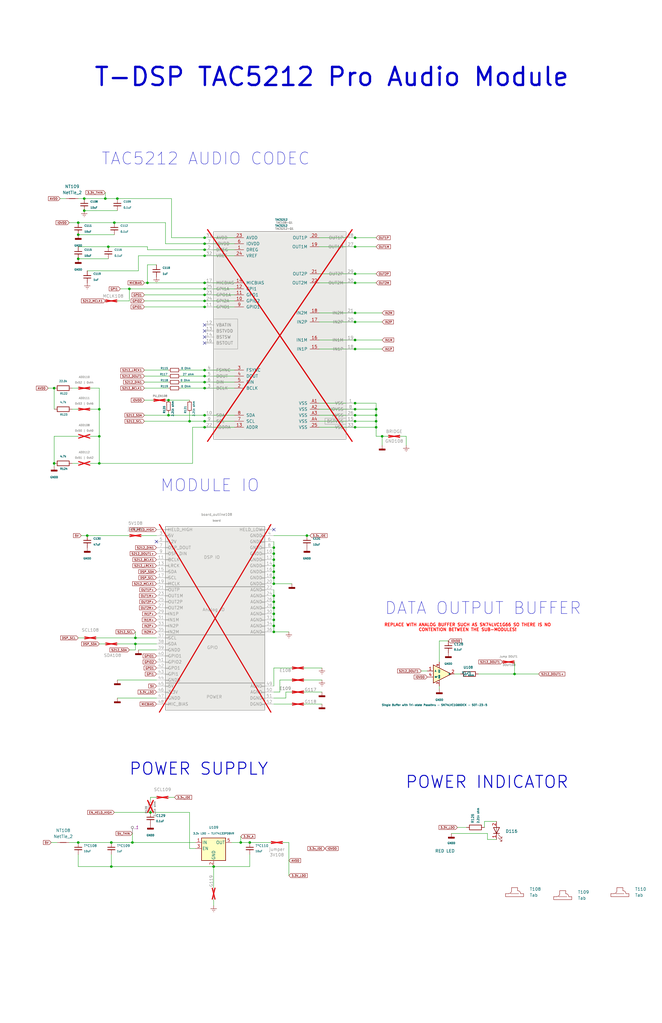
<source format=kicad_sch>
(kicad_sch (version 20250114) (generator "eeschema") (generator_version "9.0")
  (paper "USLedger" portrait)
  (text "TAC5212 AUDIO CODEC" (at 42.672 70.104 0) (effects (font (size 5.08 5.08)) (justify left bottom)))
  (text "POWER SUPPLY" (at 54.356 327.66 0) (effects (font (size 5.08 5.08) (thickness 0.4013) (bold yes)) (justify left bottom)))
  (text "MODULE IO" (at 67.564 208.026 0) (effects (font (size 5.08 5.08)) (justify left bottom)))
  (text "REPLACE WITH ANALOG BUFFER SUCH AS SN74LVC1G66 SO THERE IS NO\nCONTENTION BETWEEN THE SUB-MODULES!" (at 197.358 264.922 0) (effects (font (size 1.27 1.27) (thickness 0.254) (bold yes))))
  (text "DATA OUTPUT BUFFER" (at 162.306 259.842 0) (effects (font (size 5.08 5.08)) (justify left bottom)))
  (text "AUDIO FILTERS" (at 423.672 91.186 0) (effects (font (size 5.08 5.08)) (justify left bottom)))
  (text "T-DSP TAC5212 Pro Audio Module" (at 39.37 37.084 0) (effects (font (size 7.62 7.62) (thickness 1) (bold yes)) (justify left bottom)))
  (text "POWER INDICATOR" (at 170.942 333.248 0) (effects (font (size 5.08 5.08) (thickness 0.4013) (bold yes)) (justify left bottom)))
  (text "# TAC5212 Audio Module - Input/Output Interface Documentation\n\n## Document Control\n| Version | Date | Author | Changes |\n|---------|------|--------|---------|\n| 1.0 | [Date] | [Name] | Initial release |\n\n---\n\n## Module Overview\nThe TAC5212 audio module provides flexible, high-quality audio input and output interfaces designed for compatibility with a wide range of audio sources and destinations. The module implements a modular architecture where source-specific adaptations are handled by external jack boards, maintaining maximum versatility.\n\n---\n\n## Input Circuit Design\n\n### Base Input Architecture\nThe module input stage consists of:\n- **C134**: 10µF DC-blocking capacitor\n- **R130**: 100kΩ input impedance resistor to ground  \n- **D112**: Input protection diode (BLM21AG01S or equivalent)\n- **FB109**: Ferrite bead for high-frequency noise filtering\n\nThis configuration provides:\n- Universal DC-coupled input capability\n- 100kΩ input impedance\n- Protection against overvoltage conditions\n- Effective noise filtering above audio frequencies\n\n### Input Specifications\n| Parameter | Value | Notes |\n|-----------|-------|-------|\n| Input Impedance | 100kΩ | At audio frequencies |\n| Max Input Voltage | ±5V | Limited by protection circuitry |\n| Frequency Response | 1.6Hz - 20kHz | -3dB points with 100kΩ load |\n| Input Capacitance | <100pF | Including protection devices |\n\n### Supported Input Types\n\n#### 1. Line-Level Inputs\n- **Consumer (-10dBV)**: Direct connection, no adaptation required\n- **Professional (+4dBu)**: Direct connection supported\n- **High-level pro (+24dBu)**: Add 10kΩ series resistor on jack board\n\n#### 2. Instrument Inputs (Guitar/Bass)\n- Module provides functional 100kΩ input impedance\n- For optimal tone preservation, add 1MΩ resistor to ground on jack board\n- Alternatively, use external DI box or buffer pedal\n\n#### 3. Microphone Inputs\n- **Dynamic microphones**: Direct connection using TAC5212's 60dB internal gain\n- **Condenser microphones**: Requires external phantom-powered preamp on jack board\n\n---\n\n## Output Circuit Design\n\n### Base Output Architecture\nThe module output stage consists of:\n- **R108**: 10Ω series output resistor\n- **C113**: 4.7nF capacitor to ground (RF filtering)\n- **D108**: TPD1E10B06 bidirectional TVS protection diode\n- **C110/R129**: Optional 47µF DC-blocking capacitor with bypass jumper\n\nDefault configuration: R129 populated with 0Ω (C110 unpopulated)\n\n### Output Specifications\n| Parameter | Value | Notes |\n|-----------|-------|-------|\n| Output Impedance | 10Ω | At audio frequencies |\n| Max Output Voltage | ±3.3V | TAC5212 rail-limited |\n| Output Current | 50mA max | Short-circuit protected |\n| Frequency Response | DC-20kHz | When DC-coupled |\n| Protection | ±6V TVS | TPD1E10B06 clamping |\n\n### Supported Output Types\n\n#### 1. Headphone Outputs\n**Jack board requirements:**\n- 470µF DC-blocking capacitor\n- No additional series resistance needed\n\n**Performance:**\n- Drives 16Ω to 300Ω headphones effectively\n- Output power: ~50mW into 32Ω\n- Low 10Ω output impedance ensures good damping\n\n#### 2. Consumer Line Outputs (-10dBV)\n**Jack board requirements:**\n- 47µF DC-blocking capacitor\n- Direct connection to RCA/3.5mm jacks\n\n**Compatibility:**\n- Standard consumer audio equipment\n- >10kΩ input impedance devices\n\n#### 3. Professional Line Outputs (+4dBu)\n**Jack board requirements:**\n- 47µF DC-blocking capacitor\n- Optional 50-100Ω series resistor for long cable runs (>50ft)\n\n**Features:**\n- Balanced output possible using OUTxP/OUTxN pins\n- Improved EMI rejection with series resistance\n- Short-circuit protection\n\n---\n\n## Jack Board Design Guidelines\n\n### Input Jack Boards\n1. **Universal Design**\n   - Direct pass-through for line-level sources\n   - No additional DC-blocking required\n\n2. **Guitar-Specific**\n   - Add 1MΩ resistor from input to ground\n   - Use high-quality, low-noise resistor\n\n3. **Microphone-Specific**\n   - Include phantom power supply (48V)\n   - Add microphone preamp circuit\n   - Output at line level to module\n\n### Output Jack Boards\n1. **Headphone Jack**\n   - 470µF electrolytic capacitor (rated ≥10V)\n   - 1/4\" or 3.5mm TRS jack\n   - Consider dual-gang pot for volume control\n\n2. **Line Output Jack**  \n   - 47µF electrolytic capacitor (rated ≥10V)\n   - RCA or 1/4\" TRS jacks as needed\n   - Optional output attenuator\n\n3. **Balanced Output Jack**\n   - Two 47µF capacitors (OUTxP and OUTxN)\n   - XLR or 1/4\" TRS balanced jacks\n   - Optional 50-100Ω build-out resistors\n\n---\n\n## PCB Layout Recommendations\n\n### Input Section\n- Keep input traces short and away from digital signals\n- Place ferrite bead close to TAC5212 input pin\n- Use ground plane under input circuitry\n- Consider guard rings for ultra-low noise applications\n\n### Output Section  \n- Minimize trace length between TAC5212 and R108\n- Place TVS diode close to output connector\n- Avoid running output traces near sensitive input circuits\n- Use adequate trace width for headphone currents (≥0.5mm)\n\n---\n\n## Typical Application Circuit Examples\n\n### Basic Stereo Line I/O\n```\nInput:  RCA Jack → Module Input → TAC5212\nOutput: TAC5212 → Module Output → 47µF → RCA Jack\n```\n\n### Headphone Amplifier\n```\nOutput: TAC5212 → Module Output → 470µF → 3.5mm TRS Jack\n```\n\n### Guitar Interface\n```\nInput: 1/4\" Jack → 1MΩ to GND → Module Input → TAC5212\n```\n\n---\n\n## Revision History\n| Date | Version | Description |\n|------|---------|-------------|\n| [Date] | 1.0 | Initial documentation release |\n\n---\n\n## Notes\n- All capacitor voltage ratings should be ≥10V\n- Use audio-grade electrolytic capacitors where possible\n- Consider film capacitors for professional applications\n- Temperature rating: -40°C to +85°C for all components" (at 846.582 242.824 0) (effects (font (size 1.27 1.27))))
  (text_box "# TAC5212 Audio Module - Input/Output Interface Documentation\n\n## Document Control\n| Version | Date | Author | Changes |\n|---------|------|--------|---------|\n| 1.0 | [Date] | [Name] | Initial release |\n\n---\n\n## Module Overview\nThe TAC5212 audio module provides flexible, high-quality audio input and output interfaces designed for compatibility with a wide range of audio sources and destinations. The module implements a modular architecture where source-specific adaptations are handled by external jack boards, maintaining maximum versatility.\n\n---\n\n## Input Circuit Design\n\n### Base Input Architecture\nThe module input stage consists of:\n- **C134**: 10µF DC-blocking capacitor\n- **R130**: 100kΩ input impedance resistor to ground  \n- **D112**: Input protection diode (BLM21AG01S or equivalent)\n- **FB109**: Ferrite bead for high-frequency noise filtering\n\nThis configuration provides:\n- Universal DC-coupled input capability\n- 100kΩ input impedance\n- Protection against overvoltage conditions\n- Effective noise filtering above audio frequencies\n\n### Input Specifications\n| Parameter | Value | Notes |\n|-----------|-------|-------|\n| Input Impedance | 100kΩ | At audio frequencies |\n| Max Input Voltage | ±5V | Limited by protection circuitry |\n| Frequency Response | 1.6Hz - 20kHz | -3dB points with 100kΩ load |\n| Input Capacitance | <100pF | Including protection devices |\n\n### Supported Input Types\n\n#### 1. Line-Level Inputs\n- **Consumer (-10dBV)**: Direct connection, no adaptation required\n- **Professional (+4dBu)**: Direct connection supported\n- **High-level pro (+24dBu)**: Add 10kΩ series resistor on jack board\n\n#### 2. Instrument Inputs (Guitar/Bass)\n- Module provides functional 100kΩ input impedance\n- For optimal tone preservation, add 1MΩ resistor to ground on jack board\n- Alternatively, use external DI box or buffer pedal\n\n#### 3. Microphone Inputs\n- **Dynamic microphones**: Direct connection using TAC5212's 60dB internal gain\n- **Condenser microphones**: Requires external phantom-powered preamp on jack board\n\n---\n\n## Output Circuit Design\n\n### Base Output Architecture\nThe module output stage consists of:\n- **R108**: 10Ω series output resistor\n- **C113**: 4.7nF capacitor to ground (RF filtering)\n- **D108**: TPD1E10B06 bidirectional TVS protection diode\n- **C110/R129**: Optional 47µF DC-blocking capacitor with bypass jumper\n\nDefault configuration: R129 populated with 0Ω (C110 unpopulated)\n\n### Output Specifications\n| Parameter | Value | Notes |\n|-----------|-------|-------|\n| Output Impedance | 10Ω | At audio frequencies |\n| Max Output Voltage | ±3.3V | TAC5212 rail-limited |\n| Output Current | 50mA max | Short-circuit protected |\n| Frequency Response | DC-20kHz | When DC-coupled |\n| Protection | ±6V TVS | TPD1E10B06 clamping |\n\n### Supported Output Types\n\n#### 1. Headphone Outputs\n**Jack board requirements:**\n- 470µF DC-blocking capacitor\n- No additional series resistance needed\n\n**Performance:**\n- Drives 16Ω to 300Ω headphones effectively\n- Output power: ~50mW into 32Ω\n- Low 10Ω output impedance ensures good damping\n\n#### 2. Consumer Line Outputs (-10dBV)\n**Jack board requirements:**\n- 47µF DC-blocking capacitor\n- Direct connection to RCA/3.5mm jacks\n\n**Compatibility:**\n- Standard consumer audio equipment\n- >10kΩ input impedance devices\n\n#### 3. Professional Line Outputs (+4dBu)\n**Jack board requirements:**\n- 47µF DC-blocking capacitor\n- Optional 50-100Ω series resistor for long cable runs (>50ft)\n\n**Features:**\n- Balanced output possible using OUTxP/OUTxN pins\n- Improved EMI rejection with series resistance\n- Short-circuit protection\n\n---\n\n## Jack Board Design Guidelines\n\n### Input Jack Boards\n1. **Universal Design**\n   - Direct pass-through for line-level sources\n   - No additional DC-blocking required\n\n2. **Guitar-Specific**\n   - Add 1MΩ resistor from input to ground\n   - Use high-quality, low-noise resistor\n\n3. **Microphone-Specific**\n   - Include phantom power supply (48V)\n   - Add microphone preamp circuit\n   - Output at line level to module\n\n### Output Jack Boards\n1. **Headphone Jack**\n   - 470µF electrolytic capacitor (rated ≥10V)\n   - 1/4\" or 3.5mm TRS jack\n   - Consider dual-gang pot for volume control\n\n2. **Line Output Jack**  \n   - 47µF electrolytic capacitor (rated ≥10V)\n   - RCA or 1/4\" TRS jacks as needed\n   - Optional output attenuator\n\n3. **Balanced Output Jack**\n   - Two 47µF capacitors (OUTxP and OUTxN)\n   - XLR or 1/4\" TRS balanced jacks\n   - Optional 50-100Ω build-out resistors\n\n---\n\n## PCB Layout Recommendations\n\n### Input Section\n- Keep input traces short and away from digital signals\n- Place ferrite bead close to TAC5212 input pin\n- Use ground plane under input circuitry\n- Consider guard rings for ultra-low noise applications\n\n### Output Section  \n- Minimize trace length between TAC5212 and R108\n- Place TVS diode close to output connector\n- Avoid running output traces near sensitive input circuits\n- Use adequate trace width for headphone currents (≥0.5mm)\n\n---\n\n## Typical Application Circuit Examples\n\n### Basic Stereo Line I/O\n```\nInput:  RCA Jack → Module Input → TAC5212\nOutput: TAC5212 → Module Output → 47µF → RCA Jack\n```\n\n### Headphone Amplifier\n```\nOutput: TAC5212 → Module Output → 470µF → 3.5mm TRS Jack\n```\n\n### Guitar Interface\n```\nInput: 1/4\" Jack → 1MΩ to GND → Module Input → TAC5212\n```\n\n---\n\n## Revision History\n| Date | Version | Description |\n|------|---------|-------------|\n| [Date] | 1.0 | Initial documentation release |\n\n---\n\n## Notes\n- All capacitor voltage ratings should be ≥10V\n- Use audio-grade electrolytic capacitors where possible\n- Consider film capacitors for professional applications\n- Temperature rating: -40°C to +85°C for all components" (at 624.84 83.82 0) (size 118.11 415.29) (margins 0.9525 0.9525 0.9525 0.9525) (effects (font (size 1.27 1.27)) (justify left top)))
  (junction (at 101.6 355.6))
  (junction (at 412.75 219.71))
  (junction (at 461.01 149.86))
  (junction (at 412.75 118.11))
  (junction (at 217.17 284.48))
  (junction (at 22.86 163.83))
  (junction (at 149.86 147.32))
  (junction (at 445.77 118.11))
  (junction (at 86.36 156.21))
  (junction (at 115.57 264.16))
  (junction (at 80.01 177.8))
  (junction (at 86.36 124.46))
  (junction (at 444.5 374.65))
  (junction (at 435.61 293.37))
  (junction (at 149.86 170.18))
  (junction (at 443.23 415.29))
  (junction (at 45.72 104.14))
  (junction (at 449.58 184.15))
  (junction (at 463.55 184.15))
  (junction (at 22.86 195.58))
  (junction (at 161.29 184.15))
  (junction (at 86.36 121.92))
  (junction (at 149.86 143.51))
  (junction (at 149.86 135.89))
  (junction (at 158.75 172.72))
  (junction (at 538.48 374.65))
  (junction (at 158.75 175.26))
  (junction (at 86.36 100.33))
  (junction (at 149.86 100.33))
  (junction (at 86.36 180.34))
  (junction (at 494.03 184.15))
  (junction (at 46.99 365.76))
  (junction (at 55.88 355.6))
  (junction (at 86.36 163.83))
  (junction (at 115.57 251.46))
  (junction (at 149.86 172.72))
  (junction (at 115.57 236.22))
  (junction (at 86.36 119.38))
  (junction (at 86.36 107.95))
  (junction (at 430.53 184.15))
  (junction (at 86.36 158.75))
  (junction (at 149.86 115.57))
  (junction (at 518.16 219.71))
  (junction (at 149.86 177.8))
  (junction (at 443.23 327.66))
  (junction (at 115.57 259.08))
  (junction (at 426.72 118.11))
  (junction (at 62.23 119.38))
  (junction (at 501.65 415.29))
  (junction (at 115.57 241.3))
  (junction (at 500.38 374.65))
  (junction (at 115.57 243.84))
  (junction (at 86.36 127))
  (junction (at 41.91 172.72))
  (junction (at 115.57 231.14))
  (junction (at 46.99 355.6))
  (junction (at 149.86 180.34))
  (junction (at 490.22 118.11))
  (junction (at 54.61 121.92))
  (junction (at 509.27 118.11))
  (junction (at 426.72 219.71))
  (junction (at 86.36 129.54))
  (junction (at 129.54 226.06))
  (junction (at 491.49 149.86))
  (junction (at 105.41 355.6))
  (junction (at 33.02 109.22))
  (junction (at 57.15 271.78))
  (junction (at 33.02 99.06))
  (junction (at 496.57 293.37))
  (junction (at 115.57 254))
  (junction (at 510.54 149.86))
  (junction (at 115.57 256.54))
  (junction (at 497.84 327.66))
  (junction (at 459.74 118.11))
  (junction (at 33.02 355.6))
  (junction (at 516.89 149.86))
  (junction (at 115.57 233.68))
  (junction (at 158.75 180.34))
  (junction (at 115.57 261.62))
  (junction (at 539.75 293.37))
  (junction (at 36.83 226.06))
  (junction (at 35.56 83.82))
  (junction (at 427.99 149.86))
  (junction (at 41.91 184.15))
  (junction (at 49.53 83.82))
  (junction (at 86.36 177.8))
  (junction (at 41.91 195.58))
  (junction (at 86.36 102.87))
  (junction (at 459.74 219.71))
  (junction (at 490.22 219.71))
  (junction (at 158.75 177.8))
  (junction (at 149.86 104.14))
  (junction (at 539.75 415.29))
  (junction (at 445.77 219.71))
  (junction (at 86.36 105.41))
  (junction (at 71.12 175.26))
  (junction (at 538.48 327.66))
  (junction (at 412.75 149.86))
  (junction (at 414.02 184.15))
  (junction (at 518.16 184.15))
  (junction (at 63.5 342.9))
  (junction (at 48.26 93.98))
  (junction (at 86.36 161.29))
  (junction (at 57.15 269.24))
  (junction (at 44.45 83.82))
  (junction (at 115.57 246.38))
  (junction (at 90.17 365.76))
  (junction (at 33.02 93.98))
  (junction (at 516.89 118.11))
  (junction (at 115.57 266.7))
  (junction (at 149.86 119.38))
  (junction (at 71.12 168.91))
  (junction (at 35.56 88.9))
  (junction (at 149.86 175.26))
  (junction (at 511.81 184.15))
  (junction (at 447.04 149.86))
  (junction (at 513.08 219.71))
  (junction (at 115.57 238.76))
  (junction (at 86.36 175.26))
  (junction (at 149.86 132.08))
  (no_connect (at 86.36 144.78))
  (no_connect (at 115.57 223.52))
  (no_connect (at 86.36 139.7))
  (no_connect (at 86.36 137.16))
  (no_connect (at 86.36 142.24))
  (no_connect (at 66.04 228.6))
  (wire (pts (xy 63.5 336.55) (xy 66.04 336.55)))
  (wire (pts (xy 501.65 415.29) (xy 513.08 415.29)))
  (wire (pts (xy 97.79 355.6) (xy 101.6 355.6)))
  (wire (pts (xy 149.86 147.32) (xy 161.29 147.32)))
  (wire (pts (xy 430.53 184.15) (xy 441.96 184.15)))
  (wire (pts (xy 518.16 191.77) (xy 518.16 193.04)))
  (wire (pts (xy 115.57 226.06) (xy 129.54 226.06)))
  (wire (pts (xy 41.91 184.15) (xy 38.1 184.15)))
  (wire (pts (xy 86.36 156.21) (xy 99.06 156.21)))
  (wire (pts (xy 49.53 271.78) (xy 57.15 271.78)))
  (wire (pts (xy 392.43 219.71) (xy 412.75 219.71)))
  (wire (pts (xy 444.5 149.86) (xy 447.04 149.86)))
  (wire (pts (xy 443.23 415.29) (xy 439.42 415.29)))
  (wire (pts (xy 62.23 119.38) (xy 86.36 119.38)))
  (wire (pts (xy 30.48 195.58) (xy 33.02 195.58)))
  (wire (pts (xy 158.75 184.15) (xy 161.29 184.15)))
  (wire (pts (xy 538.48 328.93) (xy 538.48 327.66)))
  (wire (pts (xy 134.62 170.18) (xy 149.86 170.18)))
  (wire (pts (xy 86.36 105.41) (xy 62.23 105.41)))
  (wire (pts (xy 81.28 180.34) (xy 86.36 180.34)))
  (wire (pts (xy 509.27 118.11) (xy 502.92 118.11)))
  (wire (pts (xy 551.18 226.06) (xy 551.18 227.33)))
  (wire (pts (xy 86.36 107.95) (xy 99.06 107.95)))
  (wire (pts (xy 63.5 342.9) (xy 80.01 342.9)))
  (wire (pts (xy 459.74 118.11) (xy 490.22 118.11)))
  (wire (pts (xy 459.74 219.71) (xy 490.22 219.71)))
  (wire (pts (xy 519.43 327.66) (xy 538.48 327.66)))
  (wire (pts (xy 443.23 327.66) (xy 439.42 327.66)))
  (wire (pts (xy 115.57 246.38) (xy 123.19 246.38)))
  (wire (pts (xy 86.36 121.92) (xy 99.06 121.92)))
  (wire (pts (xy 22.86 163.83) (xy 22.86 172.72)))
  (wire (pts (xy 119.38 355.6) (xy 121.92 355.6)))
  (wire (pts (xy 539.75 303.53) (xy 539.75 300.99)))
  (wire (pts (xy 427.99 160.02) (xy 427.99 149.86)))
  (wire (pts (xy 205.74 354.33) (xy 209.55 354.33)))
  (wire (pts (xy 33.02 83.82) (xy 35.56 83.82)))
  (wire (pts (xy 510.54 160.02) (xy 510.54 149.86)))
  (wire (pts (xy 55.88 351.79) (xy 55.88 355.6)))
  (wire (pts (xy 21.59 355.6) (xy 24.13 355.6)))
  (wire (pts (xy 115.57 241.3) (xy 115.57 243.84)))
  (wire (pts (xy 118.11 292.1) (xy 115.57 292.1)))
  (wire (pts (xy 444.5 374.65) (xy 439.42 374.65)))
  (wire (pts (xy 447.04 160.02) (xy 447.04 149.86)))
  (wire (pts (xy 539.75 415.29) (xy 539.75 419.1)))
  (wire (pts (xy 434.34 160.02) (xy 447.04 160.02)))
  (wire (pts (xy 429.26 160.02) (xy 427.99 160.02)))
  (wire (pts (xy 69.85 102.87) (xy 69.85 93.98)))
  (wire (pts (xy 443.23 118.11) (xy 445.77 118.11)))
  (wire (pts (xy 445.77 118.11) (xy 459.74 118.11)))
  (wire (pts (xy 513.08 229.87) (xy 513.08 219.71)))
  (wire (pts (xy 509.27 118.11) (xy 516.89 118.11)))
  (wire (pts (xy 149.86 180.34) (xy 158.75 180.34)))
  (wire (pts (xy 374.65 215.9) (xy 372.11 215.9)))
  (wire (pts (xy 414.02 184.15) (xy 430.53 184.15)))
  (wire (pts (xy 447.04 149.86) (xy 461.01 149.86)))
  (wire (pts (xy 60.96 124.46) (xy 86.36 124.46)))
  (wire (pts (xy 412.75 118.11) (xy 426.72 118.11)))
  (wire (pts (xy 443.23 219.71) (xy 445.77 219.71)))
  (wire (pts (xy 80.01 173.99) (xy 80.01 177.8)))
  (wire (pts (xy 427.99 128.27) (xy 426.72 128.27)))
  (wire (pts (xy 35.56 88.9) (xy 49.53 88.9)))
  (wire (pts (xy 538.48 374.65) (xy 554.99 374.65)))
  (wire (pts (xy 120.65 292.1) (xy 123.19 292.1)))
  (wire (pts (xy 41.91 163.83) (xy 41.91 172.72)))
  (wire (pts (xy 158.75 104.14) (xy 149.86 104.14)))
  (wire (pts (xy 500.38 378.46) (xy 500.38 374.65)))
  (wire (pts (xy 134.62 180.34) (xy 149.86 180.34)))
  (wire (pts (xy 115.57 261.62) (xy 115.57 264.16)))
  (wire (pts (xy 495.3 194.31) (xy 494.03 194.31)))
  (wire (pts (xy 496.57 293.37) (xy 516.89 293.37)))
  (wire (pts (xy 134.62 104.14) (xy 149.86 104.14)))
  (wire (pts (xy 134.62 175.26) (xy 149.86 175.26)))
  (wire (pts (xy 217.17 284.48) (xy 227.33 284.48)))
  (wire (pts (xy 469.9 374.65) (xy 500.38 374.65)))
  (wire (pts (xy 115.57 241.3) (xy 115.57 238.76)))
  (wire (pts (xy 494.03 194.31) (xy 494.03 184.15)))
  (wire (pts (xy 49.53 83.82) (xy 72.39 83.82)))
  (wire (pts (xy 431.8 194.31) (xy 430.53 194.31)))
  (wire (pts (xy 86.36 102.87) (xy 69.85 102.87)))
  (wire (pts (xy 60.96 168.91) (xy 64.77 168.91)))
  (wire (pts (xy 490.22 229.87) (xy 490.22 219.71)))
  (wire (pts (xy 115.57 236.22) (xy 115.57 233.68)))
  (wire (pts (xy 490.22 219.71) (xy 505.46 219.71)))
  (wire (pts (xy 128.27 287.02) (xy 135.89 287.02)))
  (wire (pts (xy 467.36 293.37) (xy 496.57 293.37)))
  (wire (pts (xy 33.02 109.22) (xy 45.72 109.22)))
  (wire (pts (xy 185.42 270.51) (xy 185.42 279.4)))
  (wire (pts (xy 44.45 81.28) (xy 44.45 83.82)))
  (wire (pts (xy 414.02 180.34) (xy 414.02 184.15)))
  (wire (pts (xy 86.36 177.8) (xy 99.06 177.8)))
  (wire (pts (xy 462.28 293.37) (xy 435.61 293.37)))
  (wire (pts (xy 134.62 172.72) (xy 149.86 172.72)))
  (wire (pts (xy 459.74 222.25) (xy 459.74 219.71)))
  (wire (pts (xy 149.86 177.8) (xy 158.75 177.8)))
  (wire (pts (xy 101.6 353.06) (xy 101.6 355.6)))
  (wire (pts (xy 128.27 292.1) (xy 135.89 292.1)))
  (wire (pts (xy 463.55 327.66) (xy 443.23 327.66)))
  (wire (pts (xy 41.91 195.58) (xy 38.1 195.58)))
  (wire (pts (xy 115.57 256.54) (xy 115.57 254)))
  (wire (pts (xy 516.89 149.86) (xy 523.24 149.86)))
  (wire (pts (xy 105.41 365.76) (xy 105.41 360.68)))
  (wire (pts (xy 513.08 219.71) (xy 510.54 219.71)))
  (wire (pts (xy 134.62 132.08) (xy 149.86 132.08)))
  (wire (pts (xy 149.86 172.72) (xy 158.75 172.72)))
  (wire (pts (xy 201.93 284.48) (xy 217.17 284.48)))
  (wire (pts (xy 60.96 156.21) (xy 71.12 156.21)))
  (wire (pts (xy 44.45 83.82) (xy 49.53 83.82)))
  (wire (pts (xy 36.83 114.3) (xy 58.42 114.3)))
  (wire (pts (xy 158.75 100.33) (xy 149.86 100.33)))
  (wire (pts (xy 41.91 184.15) (xy 41.91 195.58)))
  (wire (pts (xy 524.51 293.37) (xy 539.75 293.37)))
  (wire (pts (xy 71.12 175.26) (xy 86.36 175.26)))
  (wire (pts (xy 149.86 135.89) (xy 161.29 135.89)))
  (wire (pts (xy 491.49 229.87) (xy 490.22 229.87)))
  (wire (pts (xy 120.65 292.1) (xy 120.65 294.64)))
  (wire (pts (xy 41.91 163.83) (xy 38.1 163.83)))
  (wire (pts (xy 46.99 355.6) (xy 33.02 355.6)))
  (wire (pts (xy 158.75 172.72) (xy 158.75 175.26)))
  (wire (pts (xy 76.2 161.29) (xy 86.36 161.29)))
  (wire (pts (xy 468.63 415.29) (xy 443.23 415.29)))
  (wire (pts (xy 392.43 184.15) (xy 414.02 184.15)))
  (wire (pts (xy 445.77 219.71) (xy 459.74 219.71)))
  (wire (pts (xy 551.18 101.6) (xy 554.99 101.6)))
  (wire (pts (xy 427.99 229.87) (xy 426.72 229.87)))
  (wire (pts (xy 115.57 228.6) (xy 115.57 231.14)))
  (wire (pts (xy 193.04 349.25) (xy 196.85 349.25)))
  (wire (pts (xy 511.81 184.15) (xy 518.16 184.15)))
  (wire (pts (xy 412.75 219.71) (xy 426.72 219.71)))
  (wire (pts (xy 510.54 149.86) (xy 508 149.86)))
  (wire (pts (xy 461.01 152.4) (xy 461.01 149.86)))
  (wire (pts (xy 393.7 149.86) (xy 412.75 149.86)))
  (wire (pts (xy 80.01 342.9) (xy 80.01 358.14)))
  (wire (pts (xy 463.55 191.77) (xy 463.55 193.04)))
  (wire (pts (xy 36.83 226.06) (xy 54.61 226.06)))
  (wire (pts (xy 217.17 279.4) (xy 217.17 284.48)))
  (wire (pts (xy 177.8 283.21) (xy 180.34 283.21)))
  (wire (pts (xy 205.74 351.79) (xy 205.74 354.33)))
  (wire (pts (xy 497.84 160.02) (xy 510.54 160.02)))
  (wire (pts (xy 461.01 149.86) (xy 491.49 149.86)))
  (wire (pts (xy 57.15 271.78) (xy 66.04 271.78)))
  (wire (pts (xy 464.82 374.65) (xy 444.5 374.65)))
  (wire (pts (xy 518.16 219.71) (xy 525.78 219.71)))
  (wire (pts (xy 58.42 114.3) (xy 58.42 107.95)))
  (wire (pts (xy 86.36 175.26) (xy 99.06 175.26)))
  (wire (pts (xy 496.57 229.87) (xy 513.08 229.87)))
  (wire (pts (xy 115.57 266.7) (xy 115.57 264.16)))
  (wire (pts (xy 69.85 168.91) (xy 71.12 168.91)))
  (wire (pts (xy 41.91 271.78) (xy 44.45 271.78)))
  (wire (pts (xy 34.29 226.06) (xy 36.83 226.06)))
  (wire (pts (xy 62.23 104.14) (xy 45.72 104.14)))
  (wire (pts (xy 459.74 125.73) (xy 459.74 127)))
  (wire (pts (xy 518.16 184.15) (xy 524.51 184.15)))
  (wire (pts (xy 496.57 294.64) (xy 496.57 293.37)))
  (wire (pts (xy 463.55 184.15) (xy 494.03 184.15)))
  (wire (pts (xy 86.36 119.38) (xy 99.06 119.38)))
  (wire (pts (xy 54.61 127) (xy 54.61 121.92)))
  (wire (pts (xy 158.75 175.26) (xy 158.75 177.8)))
  (wire (pts (xy 90.17 379.73) (xy 90.17 382.27)))
  (wire (pts (xy 436.88 194.31) (xy 449.58 194.31)))
  (wire (pts (xy 491.49 149.86) (xy 502.92 149.86)))
  (wire (pts (xy 22.86 184.15) (xy 22.86 195.58)))
  (wire (pts (xy 449.58 184.15) (xy 463.55 184.15)))
  (wire (pts (xy 57.15 274.32) (xy 57.15 271.78)))
  (wire (pts (xy 33.02 269.24) (xy 35.56 269.24)))
  (wire (pts (xy 374.65 91.44) (xy 378.46 91.44)))
  (wire (pts (xy 490.22 118.11) (xy 497.84 118.11)))
  (wire (pts (xy 55.88 355.6) (xy 46.99 355.6)))
  (wire (pts (xy 35.56 83.82) (xy 44.45 83.82)))
  (wire (pts (xy 115.57 256.54) (xy 115.57 259.08)))
  (wire (pts (xy 158.75 184.15) (xy 158.75 180.34)))
  (wire (pts (xy 41.91 195.58) (xy 81.28 195.58)))
  (wire (pts (xy 510.54 149.86) (xy 516.89 149.86)))
  (wire (pts (xy 115.57 243.84) (xy 115.57 246.38)))
  (wire (pts (xy 115.57 233.68) (xy 115.57 231.14)))
  (wire (pts (xy 58.42 107.95) (xy 86.36 107.95)))
  (wire (pts (xy 204.47 349.25) (xy 204.47 346.71)))
  (wire (pts (xy 33.02 93.98) (xy 48.26 93.98)))
  (wire (pts (xy 445.77 229.87) (xy 445.77 219.71)))
  (wire (pts (xy 149.86 115.57) (xy 158.75 115.57)))
  (wire (pts (xy 427.99 149.86) (xy 439.42 149.86)))
  (wire (pts (xy 149.86 132.08) (xy 161.29 132.08)))
  (wire (pts (xy 33.02 360.68) (xy 33.02 365.76)))
  (wire (pts (xy 22.86 184.15) (xy 33.02 184.15)))
  (wire (pts (xy 538.48 327.66) (xy 554.99 327.66)))
  (wire (pts (xy 118.11 287.02) (xy 118.11 292.1)))
  (wire (pts (xy 59.69 226.06) (xy 66.04 226.06)))
  (wire (pts (xy 551.18 226.06) (xy 548.64 226.06)))
  (wire (pts (xy 60.96 119.38) (xy 62.23 119.38)))
  (wire (pts (xy 412.75 149.86) (xy 427.99 149.86)))
  (wire (pts (xy 204.47 346.71) (xy 209.55 346.71)))
  (wire (pts (xy 60.96 161.29) (xy 71.12 161.29)))
  (wire (pts (xy 71.12 336.55) (xy 73.66 336.55)))
  (wire (pts (xy 90.17 365.76) (xy 105.41 365.76)))
  (wire (pts (xy 430.53 194.31) (xy 430.53 184.15)))
  (wire (pts (xy 393.7 118.11) (xy 412.75 118.11)))
  (wire (pts (xy 449.58 194.31) (xy 449.58 184.15)))
  (wire (pts (xy 58.42 274.32) (xy 66.04 274.32)))
  (wire (pts (xy 49.53 127) (xy 54.61 127)))
  (wire (pts (xy 86.36 129.54) (xy 99.06 129.54)))
  (wire (pts (xy 538.48 340.36) (xy 538.48 336.55)))
  (wire (pts (xy 81.28 195.58) (xy 81.28 180.34)))
  (wire (pts (xy 516.89 118.11) (xy 521.97 118.11)))
  (wire (pts (xy 445.77 128.27) (xy 445.77 118.11)))
  (wire (pts (xy 118.11 287.02) (xy 123.19 287.02)))
  (wire (pts (xy 115.57 281.94) (xy 123.19 281.94)))
  (wire (pts (xy 158.75 170.18) (xy 158.75 172.72)))
  (wire (pts (xy 60.96 129.54) (xy 86.36 129.54)))
  (wire (pts (xy 86.36 127) (xy 99.06 127)))
  (wire (pts (xy 115.57 259.08) (xy 115.57 261.62)))
  (wire (pts (xy 115.57 236.22) (xy 115.57 238.76)))
  (wire (pts (xy 168.91 184.15) (xy 171.45 184.15)))
  (wire (pts (xy 86.36 105.41) (xy 99.06 105.41)))
  (wire (pts (xy 121.92 355.6) (xy 121.92 369.57)))
  (wire (pts (xy 161.29 187.96) (xy 161.29 184.15)))
  (wire (pts (xy 190.5 351.79) (xy 205.74 351.79)))
  (wire (pts (xy 86.36 100.33) (xy 99.06 100.33)))
  (wire (pts (xy 426.72 128.27) (xy 426.72 118.11)))
  (wire (pts (xy 149.86 170.18) (xy 158.75 170.18)))
  (wire (pts (xy 500.38 374.65) (xy 509.27 374.65)))
  (wire (pts (xy 86.36 124.46) (xy 99.06 124.46)))
  (wire (pts (xy 46.99 360.68) (xy 46.99 365.76)))
  (wire (pts (xy 134.62 135.89) (xy 149.86 135.89)))
  (wire (pts (xy 60.96 175.26) (xy 71.12 175.26)))
  (wire (pts (xy 115.57 281.94) (xy 115.57 289.56)))
  (wire (pts (xy 60.96 163.83) (xy 71.12 163.83)))
  (wire (pts (xy 62.23 111.76) (xy 62.23 119.38)))
  (wire (pts (xy 149.86 119.38) (xy 158.75 119.38)))
  (wire (pts (xy 62.23 105.41) (xy 62.23 104.14)))
  (wire (pts (xy 86.36 102.87) (xy 99.06 102.87)))
  (wire (pts (xy 520.7 415.29) (xy 539.75 415.29)))
  (wire (pts (xy 22.86 196.85) (xy 22.86 195.58)))
  (wire (pts (xy 426.72 219.71) (xy 438.15 219.71)))
  (wire (pts (xy 134.62 147.32) (xy 149.86 147.32)))
  (wire (pts (xy 134.62 119.38) (xy 149.86 119.38)))
  (wire (pts (xy 511.81 184.15) (xy 509.27 184.15)))
  (wire (pts (xy 491.49 160.02) (xy 491.49 149.86)))
  (wire (pts (xy 76.2 156.21) (xy 86.36 156.21)))
  (wire (pts (xy 149.86 175.26) (xy 158.75 175.26)))
  (wire (pts (xy 494.03 184.15) (xy 504.19 184.15)))
  (wire (pts (xy 30.48 163.83) (xy 33.02 163.83)))
  (wire (pts (xy 63.5 336.55) (xy 63.5 337.82)))
  (wire (pts (xy 41.91 172.72) (xy 38.1 172.72)))
  (wire (pts (xy 185.42 290.83) (xy 185.42 289.56)))
  (wire (pts (xy 149.86 143.51) (xy 161.29 143.51)))
  (wire (pts (xy 33.02 99.06) (xy 48.26 99.06)))
  (wire (pts (xy 80.01 358.14) (xy 82.55 358.14)))
  (wire (pts (xy 194.31 284.48) (xy 191.77 284.48)))
  (wire (pts (xy 33.02 104.14) (xy 45.72 104.14)))
  (wire (pts (xy 48.26 342.9) (xy 63.5 342.9)))
  (wire (pts (xy 72.39 100.33) (xy 72.39 83.82)))
  (wire (pts (xy 491.49 128.27) (xy 490.22 128.27)))
  (wire (pts (xy 121.92 266.7) (xy 115.57 266.7)))
  (wire (pts (xy 468.63 327.66) (xy 497.84 327.66)))
  (wire (pts (xy 80.01 177.8) (xy 86.36 177.8)))
  (wire (pts (xy 40.64 269.24) (xy 57.15 269.24)))
  (wire (pts (xy 433.07 229.87) (xy 445.77 229.87)))
  (wire (pts (xy 86.36 158.75) (xy 99.06 158.75)))
  (wire (pts (xy 115.57 297.18) (xy 123.19 297.18)))
  (wire (pts (xy 516.89 157.48) (xy 516.89 158.75)))
  (wire (pts (xy 41.91 172.72) (xy 41.91 184.15)))
  (wire (pts (xy 539.75 293.37) (xy 554.99 293.37)))
  (wire (pts (xy 490.22 128.27) (xy 490.22 118.11)))
  (wire (pts (xy 426.72 118.11) (xy 438.15 118.11)))
  (wire (pts (xy 115.57 251.46) (xy 115.57 254)))
  (wire (pts (xy 473.71 415.29) (xy 501.65 415.29)))
  (wire (pts (xy 129.54 226.06) (xy 130.81 226.06)))
  (wire (pts (xy 86.36 163.83) (xy 99.06 163.83)))
  (wire (pts (xy 134.62 115.57) (xy 149.86 115.57)))
  (wire (pts (xy 33.02 365.76) (xy 46.99 365.76)))
  (wire (pts (xy 48.26 93.98) (xy 69.85 93.98)))
  (wire (pts (xy 46.99 365.76) (xy 90.17 365.76)))
  (wire (pts (xy 497.84 327.66) (xy 511.81 327.66)))
  (wire (pts (xy 60.96 158.75) (xy 71.12 158.75)))
  (wire (pts (xy 30.48 172.72) (xy 33.02 172.72)))
  (wire (pts (xy 500.38 194.31) (xy 511.81 194.31)))
  (wire (pts (xy 50.8 121.92) (xy 54.61 121.92)))
  (wire (pts (xy 66.04 111.76) (xy 62.23 111.76)))
  (wire (pts (xy 115.57 248.92) (xy 115.57 251.46)))
  (wire (pts (xy 54.61 274.32) (xy 57.15 274.32)))
  (wire (pts (xy 128.27 297.18) (xy 135.89 297.18)))
  (wire (pts (xy 57.15 269.24) (xy 66.04 269.24)))
  (wire (pts (xy 105.41 355.6) (xy 114.3 355.6)))
  (wire (pts (xy 189.23 270.51) (xy 185.42 270.51)))
  (wire (pts (xy 374.65 215.9) (xy 374.65 217.17)))
  (wire (pts (xy 134.62 100.33) (xy 149.86 100.33)))
  (wire (pts (xy 516.89 374.65) (xy 538.48 374.65)))
  (wire (pts (xy 57.15 266.7) (xy 57.15 269.24)))
  (wire (pts (xy 86.36 161.29) (xy 99.06 161.29)))
  (wire (pts (xy 29.21 93.98) (xy 33.02 93.98)))
  (wire (pts (xy 72.39 100.33) (xy 86.36 100.33)))
  (wire (pts (xy 76.2 163.83) (xy 86.36 163.83)))
  (wire (pts (xy 128.27 281.94) (xy 135.89 281.94)))
  (wire (pts (xy 492.76 160.02) (xy 491.49 160.02)))
  (wire (pts (xy 463.55 186.69) (xy 463.55 184.15)))
  (wire (pts (xy 49.53 294.64) (xy 66.04 294.64)))
  (wire (pts (xy 71.12 168.91) (xy 80.01 168.91)))
  (wire (pts (xy 518.16 227.33) (xy 518.16 228.6)))
  (wire (pts (xy 459.74 227.33) (xy 459.74 228.6)))
  (wire (pts (xy 20.32 163.83) (xy 22.86 163.83)))
  (wire (pts (xy 516.89 125.73) (xy 516.89 127)))
  (wire (pts (xy 49.53 287.02) (xy 66.04 287.02)))
  (wire (pts (xy 76.2 158.75) (xy 86.36 158.75)))
  (wire (pts (xy 120.65 294.64) (xy 115.57 294.64)))
  (wire (pts (xy 86.36 180.34) (xy 99.06 180.34)))
  (wire (pts (xy 538.48 377.19) (xy 538.48 374.65)))
  (wire (pts (xy 447.04 184.15) (xy 449.58 184.15)))
  (wire (pts (xy 513.08 219.71) (xy 518.16 219.71)))
  (wire (pts (xy 54.61 121.92) (xy 86.36 121.92)))
  (wire (pts (xy 539.75 415.29) (xy 556.26 415.29)))
  (wire (pts (xy 509.27 128.27) (xy 509.27 118.11)))
  (wire (pts (xy 134.62 177.8) (xy 149.86 177.8)))
  (wire (pts (xy 60.96 127) (xy 86.36 127)))
  (wire (pts (xy 461.01 157.48) (xy 461.01 158.75)))
  (wire (pts (xy 60.96 177.8) (xy 80.01 177.8)))
  (wire (pts (xy 433.07 128.27) (xy 445.77 128.27)))
  (wire (pts (xy 101.6 355.6) (xy 105.41 355.6)))
  (wire (pts (xy 158.75 177.8) (xy 158.75 180.34)))
  (wire (pts (xy 496.57 128.27) (xy 509.27 128.27)))
  (wire (pts (xy 435.61 293.37) (xy 431.8 293.37)))
  (wire (pts (xy 29.21 355.6) (xy 33.02 355.6)))
  (wire (pts (xy 459.74 120.65) (xy 459.74 118.11)))
  (wire (pts (xy 426.72 229.87) (xy 426.72 219.71)))
  (wire (pts (xy 25.4 83.82) (xy 27.94 83.82)))
  (wire (pts (xy 90.17 365.76) (xy 90.17 374.65)))
  (wire (pts (xy 71.12 173.99) (xy 71.12 175.26)))
  (wire (pts (xy 511.81 194.31) (xy 511.81 184.15)))
  (wire (pts (xy 161.29 184.15) (xy 163.83 184.15)))
  (wire (pts (xy 55.88 355.6) (xy 82.55 355.6)))
  (wire (pts (xy 171.45 187.96) (xy 171.45 184.15)))
  (wire (pts (xy 134.62 143.51) (xy 149.86 143.51)))
  (global_label "5V" (shape input) (at 21.59 355.6 180) (effects (font (size 0.889 0.889))) (property "Intersheetrefs" "${INTERSHEET_REFS}" (effects (hide yes))))
  (global_label "IN2P" (shape input) (at 439.42 327.66 180) (effects (font (size 0.889 0.889))) (property "Intersheetrefs" "${INTERSHEET_REFS}" (effects (hide yes))))
  (global_label "OUT2P" (shape input) (at 158.75 115.57 0) (effects (font (size 0.889 0.889))) (property "Intersheetrefs" "${INTERSHEET_REFS}" (effects (hide yes))))
  (global_label "5212_DOUT1" (shape input) (at 177.8 283.21 180) (effects (font (size 0.889 0.889))) (property "Intersheetrefs" "${INTERSHEET_REFS}" (effects (hide yes))))
  (global_label "IN1P+" (shape input) (at 556.26 415.29 0) (effects (font (size 0.889 0.889))) (property "Intersheetrefs" "${INTERSHEET_REFS}" (effects (hide yes))))
  (global_label "EN_HELD_HIGH" (shape input) (at 48.26 342.9 180) (effects (font (size 0.889 0.889))) (property "Intersheetrefs" "${INTERSHEET_REFS}" (effects (hide yes))))
  (global_label "5212_DOUT1+" (shape input) (at 66.04 233.68 180) (effects (font (size 0.889 0.889))) (property "Intersheetrefs" "${INTERSHEET_REFS}" (effects (hide yes))))
  (global_label "5212_SDA" (shape input) (at 60.96 175.26 180) (effects (font (size 0.889 0.889))) (property "Intersheetrefs" "${INTERSHEET_REFS}" (effects (hide yes))))
  (global_label "AVDD" (shape input) (at 25.4 83.82 180) (effects (font (size 0.889 0.889))) (property "Intersheetrefs" "${INTERSHEET_REFS}" (effects (hide yes))))
  (global_label "OUT1P" (shape input) (at 393.7 118.11 180) (effects (font (size 0.889 0.889))) (property "Intersheetrefs" "${INTERSHEET_REFS}" (effects (hide yes))))
  (global_label "AVDD" (shape input) (at 20.32 163.83 180) (effects (font (size 0.889 0.889))) (property "Intersheetrefs" "${INTERSHEET_REFS}" (effects (hide yes))))
  (global_label "IN1P" (shape input) (at 161.29 147.32 0) (effects (font (size 0.889 0.889))) (property "Intersheetrefs" "${INTERSHEET_REFS}" (effects (hide yes))))
  (global_label "5212_LRCK1" (shape input) (at 66.04 238.76 180) (effects (font (size 0.889 0.889))) (property "Intersheetrefs" "${INTERSHEET_REFS}" (effects (hide yes))))
  (global_label "OUT1M+" (shape input) (at 66.04 251.46 180) (effects (font (size 0.889 0.889))) (property "Intersheetrefs" "${INTERSHEET_REFS}" (effects (hide yes))))
  (global_label "GPI1" (shape input) (at 66.04 284.48 180) (effects (font (size 0.889 0.889))) (property "Intersheetrefs" "${INTERSHEET_REFS}" (effects (hide yes))))
  (global_label "5212_DIN1" (shape input) (at 66.04 231.14 180) (effects (font (size 0.889 0.889))) (property "Intersheetrefs" "${INTERSHEET_REFS}" (effects (hide yes))))
  (global_label "5212_MCLK1" (shape input) (at 44.45 127 180) (effects (font (size 0.889 0.889))) (property "Intersheetrefs" "${INTERSHEET_REFS}" (effects (hide yes))))
  (global_label "GPIO1" (shape input) (at 60.96 129.54 180) (effects (font (size 0.889 0.889))) (property "Intersheetrefs" "${INTERSHEET_REFS}" (effects (hide yes))))
  (global_label "OUT1P" (shape input) (at 158.75 100.33 0) (effects (font (size 0.889 0.889))) (property "Intersheetrefs" "${INTERSHEET_REFS}" (effects (hide yes))))
  (global_label "AVDD" (shape input) (at 121.92 363.22 0) (effects (font (size 0.889 0.889))) (property "Intersheetrefs" "${INTERSHEET_REFS}" (effects (hide yes))))
  (global_label "IN2P+" (shape input) (at 554.99 327.66 0) (effects (font (size 0.889 0.889))) (property "Intersheetrefs" "${INTERSHEET_REFS}" (effects (hide yes))))
  (global_label "5212_DOUT1" (shape input) (at 60.96 158.75 180) (effects (font (size 0.889 0.889))) (property "Intersheetrefs" "${INTERSHEET_REFS}" (effects (hide yes))))
  (global_label "5V_THIN" (shape input) (at 55.88 351.79 180) (effects (font (size 0.889 0.889))) (property "Intersheetrefs" "${INTERSHEET_REFS}" (effects (hide yes))))
  (global_label "5212_BCLK1" (shape input) (at 60.96 163.83 180) (effects (font (size 0.889 0.889))) (property "Intersheetrefs" "${INTERSHEET_REFS}" (effects (hide yes))))
  (global_label "3.3V_LDO" (shape input) (at 193.04 349.25 180) (effects (font (size 0.889 0.889))) (property "Intersheetrefs" "${INTERSHEET_REFS}" (effects (hide yes))))
  (global_label "IN1P+" (shape input) (at 66.04 259.08 180) (effects (font (size 0.889 0.889))) (property "Intersheetrefs" "${INTERSHEET_REFS}" (effects (hide yes))))
  (global_label "IOVDD" (shape input) (at 180.34 285.75 180) (effects (font (size 0.889 0.889))) (property "Intersheetrefs" "${INTERSHEET_REFS}" (effects (hide yes))))
  (global_label "OUT1P+" (shape input) (at 66.04 248.92 180) (effects (font (size 0.889 0.889))) (property "Intersheetrefs" "${INTERSHEET_REFS}" (effects (hide yes))))
  (global_label "OUT1P+" (shape input) (at 521.97 118.11 0) (effects (font (size 0.889 0.889))) (property "Intersheetrefs" "${INTERSHEET_REFS}" (effects (hide yes))))
  (global_label "GPIO2" (shape input) (at 60.96 127 180) (effects (font (size 0.889 0.889))) (property "Intersheetrefs" "${INTERSHEET_REFS}" (effects (hide yes))))
  (global_label "5V" (shape input) (at 66.04 289.56 180) (effects (font (size 0.889 0.889))) (property "Intersheetrefs" "${INTERSHEET_REFS}" (effects (hide yes))))
  (global_label "5212_LRCK1" (shape input) (at 60.96 156.21 180) (effects (font (size 0.889 0.889))) (property "Intersheetrefs" "${INTERSHEET_REFS}" (effects (hide yes))))
  (global_label "5212_DOUT1" (shape input) (at 212.09 279.4 180) (effects (font (size 0.889 0.889))) (property "Intersheetrefs" "${INTERSHEET_REFS}" (effects (hide yes))))
  (global_label "GPIO1" (shape input) (at 66.04 276.86 180) (effects (font (size 0.889 0.889))) (property "Intersheetrefs" "${INTERSHEET_REFS}" (effects (hide yes))))
  (global_label "IN2P+" (shape input) (at 66.04 264.16 180) (effects (font (size 0.889 0.889))) (property "Intersheetrefs" "${INTERSHEET_REFS}" (effects (hide yes))))
  (global_label "EN_HELD_HIGH" (shape input) (at 66.04 223.52 180) (effects (font (size 0.889 0.889))) (property "Intersheetrefs" "${INTERSHEET_REFS}" (effects (hide yes))))
  (global_label "IN2M+" (shape input) (at 554.99 293.37 0) (effects (font (size 0.889 0.889))) (property "Intersheetrefs" "${INTERSHEET_REFS}" (effects (hide yes))))
  (global_label "3.3V_A" (shape input) (at 101.6 353.06 0) (effects (font (size 0.889 0.889))) (property "Intersheetrefs" "${INTERSHEET_REFS}" (effects (hide yes))))
  (global_label "GPO1" (shape input) (at 60.96 124.46 180) (effects (font (size 0.889 0.889))) (property "Intersheetrefs" "${INTERSHEET_REFS}" (effects (hide yes))))
  (global_label "IOVDD" (shape input) (at 137.16 358.14 0) (effects (font (size 0.889 0.889))) (property "Intersheetrefs" "${INTERSHEET_REFS}" (effects (hide yes))))
  (global_label "3.3v_IDE" (shape input) (at 130.81 226.06 0) (effects (font (size 0.889 0.889))) (property "Intersheetrefs" "${INTERSHEET_REFS}" (effects (hide yes))))
  (global_label "5212_DOUT1+" (shape input) (at 227.33 284.48 0) (effects (font (size 0.889 0.889))) (property "Intersheetrefs" "${INTERSHEET_REFS}" (effects (hide yes))))
  (global_label "3.3v_IDE" (shape input) (at 73.66 336.55 0) (effects (font (size 0.889 0.889))) (property "Intersheetrefs" "${INTERSHEET_REFS}" (effects (hide yes))))
  (global_label "OUT1M" (shape input) (at 158.75 104.14 0) (effects (font (size 0.889 0.889))) (property "Intersheetrefs" "${INTERSHEET_REFS}" (effects (hide yes))))
  (global_label "3.3V_LDO" (shape input) (at 66.04 292.1 180) (effects (font (size 0.889 0.889))) (property "Intersheetrefs" "${INTERSHEET_REFS}" (effects (hide yes))))
  (global_label "IN2P" (shape input) (at 161.29 135.89 0) (effects (font (size 0.889 0.889))) (property "Intersheetrefs" "${INTERSHEET_REFS}" (effects (hide yes))))
  (global_label "5212_DIN1" (shape input) (at 60.96 161.29 180) (effects (font (size 0.889 0.889))) (property "Intersheetrefs" "${INTERSHEET_REFS}" (effects (hide yes))))
  (global_label "OUT2P+" (shape input) (at 524.51 184.15 0) (effects (font (size 0.889 0.889))) (property "Intersheetrefs" "${INTERSHEET_REFS}" (effects (hide yes))))
  (global_label "IN1M+" (shape input) (at 554.99 374.65 0) (effects (font (size 0.889 0.889))) (property "Intersheetrefs" "${INTERSHEET_REFS}" (effects (hide yes))))
  (global_label "IN1P" (shape input) (at 439.42 415.29 180) (effects (font (size 0.889 0.889))) (property "Intersheetrefs" "${INTERSHEET_REFS}" (effects (hide yes))))
  (global_label "3.3v_IDE" (shape input) (at 137.16 358.14 180) (effects (font (size 0.889 0.889))) (property "Intersheetrefs" "${INTERSHEET_REFS}" (effects (hide yes))))
  (global_label "OUT2M+" (shape input) (at 525.78 219.71 0) (effects (font (size 0.889 0.889))) (property "Intersheetrefs" "${INTERSHEET_REFS}" (effects (hide yes))))
  (global_label "GPIO2" (shape input) (at 66.04 279.4 180) (effects (font (size 0.889 0.889))) (property "Intersheetrefs" "${INTERSHEET_REFS}" (effects (hide yes))))
  (global_label "OUT2M" (shape input) (at 392.43 219.71 180) (effects (font (size 0.889 0.889))) (property "Intersheetrefs" "${INTERSHEET_REFS}" (effects (hide yes))))
  (global_label "IOVDD" (shape input) (at 189.23 270.51 0) (effects (font (size 0.889 0.889))) (property "Intersheetrefs" "${INTERSHEET_REFS}" (effects (hide yes))))
  (global_label "3.3V_THIN" (shape input) (at 44.45 81.28 180) (effects (font (size 0.889 0.889))) (property "Intersheetrefs" "${INTERSHEET_REFS}" (effects (hide yes))))
  (global_label "IOVDD" (shape input) (at 29.21 93.98 180) (effects (font (size 0.889 0.889))) (property "Intersheetrefs" "${INTERSHEET_REFS}" (effects (hide yes))))
  (global_label "5212_SCL" (shape input) (at 57.15 266.7 180) (effects (font (size 0.889 0.889))) (property "Intersheetrefs" "${INTERSHEET_REFS}" (effects (hide yes))))
  (global_label "IN1M" (shape input) (at 439.42 374.65 180) (effects (font (size 0.889 0.889))) (property "Intersheetrefs" "${INTERSHEET_REFS}" (effects (hide yes))))
  (global_label "MICBIAS" (shape input) (at 60.96 119.38 180) (effects (font (size 0.889 0.889))) (property "Intersheetrefs" "${INTERSHEET_REFS}" (effects (hide yes))))
  (global_label "5V" (shape input) (at 34.29 226.06 180) (effects (font (size 0.889 0.889))) (property "Intersheetrefs" "${INTERSHEET_REFS}" (effects (hide yes))))
  (global_label "DSP_SDA" (shape input) (at 66.04 241.3 180) (effects (font (size 0.889 0.889))) (property "Intersheetrefs" "${INTERSHEET_REFS}" (effects (hide yes))))
  (global_label "DSP_SDA" (shape input) (at 41.91 271.78 180) (effects (font (size 0.889 0.889))) (property "Intersheetrefs" "${INTERSHEET_REFS}" (effects (hide yes))))
  (global_label "MICBIAS" (shape input) (at 66.04 297.18 180) (effects (font (size 0.889 0.889))) (property "Intersheetrefs" "${INTERSHEET_REFS}" (effects (hide yes))))
  (global_label "GPO1" (shape input) (at 66.04 281.94 180) (effects (font (size 0.889 0.889))) (property "Intersheetrefs" "${INTERSHEET_REFS}" (effects (hide yes))))
  (global_label "5212_SDA" (shape input) (at 54.61 274.32 180) (effects (font (size 0.889 0.889))) (property "Intersheetrefs" "${INTERSHEET_REFS}" (effects (hide yes))))
  (global_label "GPI1" (shape input) (at 50.8 121.92 180) (effects (font (size 0.889 0.889))) (property "Intersheetrefs" "${INTERSHEET_REFS}" (effects (hide yes))))
  (global_label "OUT1M" (shape input) (at 393.7 149.86 180) (effects (font (size 0.889 0.889))) (property "Intersheetrefs" "${INTERSHEET_REFS}" (effects (hide yes))))
  (global_label "IN2M" (shape input) (at 161.29 132.08 0) (effects (font (size 0.889 0.889))) (property "Intersheetrefs" "${INTERSHEET_REFS}" (effects (hide yes))))
  (global_label "IOVDD" (shape input) (at 60.96 168.91 180) (effects (font (size 0.889 0.889))) (property "Intersheetrefs" "${INTERSHEET_REFS}" (effects (hide yes))))
  (global_label "5212_SCL" (shape input) (at 60.96 177.8 180) (effects (font (size 0.889 0.889))) (property "Intersheetrefs" "${INTERSHEET_REFS}" (effects (hide yes))))
  (global_label "DSP_SCL" (shape input) (at 33.02 269.24 180) (effects (font (size 0.889 0.889))) (property "Intersheetrefs" "${INTERSHEET_REFS}" (effects (hide yes))))
  (global_label "IN1M+" (shape input) (at 66.04 261.62 180) (effects (font (size 0.889 0.889))) (property "Intersheetrefs" "${INTERSHEET_REFS}" (effects (hide yes))))
  (global_label "IN2M+" (shape input) (at 66.04 266.7 180) (effects (font (size 0.889 0.889))) (property "Intersheetrefs" "${INTERSHEET_REFS}" (effects (hide yes))))
  (global_label "IN1M" (shape input) (at 161.29 143.51 0) (effects (font (size 0.889 0.889))) (property "Intersheetrefs" "${INTERSHEET_REFS}" (effects (hide yes))))
  (global_label "OUT1M+" (shape input) (at 523.24 149.86 0) (effects (font (size 0.889 0.889))) (property "Intersheetrefs" "${INTERSHEET_REFS}" (effects (hide yes))))
  (global_label "OUT2P+" (shape input) (at 66.04 254 180) (effects (font (size 0.889 0.889))) (property "Intersheetrefs" "${INTERSHEET_REFS}" (effects (hide yes))))
  (global_label "OUT2M" (shape input) (at 158.75 119.38 0) (effects (font (size 0.889 0.889))) (property "Intersheetrefs" "${INTERSHEET_REFS}" (effects (hide yes))))
  (global_label "5212_MCLK1" (shape input) (at 66.04 246.38 180) (effects (font (size 0.889 0.889))) (property "Intersheetrefs" "${INTERSHEET_REFS}" (effects (hide yes))))
  (global_label "IN2M" (shape input) (at 431.8 293.37 180) (effects (font (size 0.889 0.889))) (property "Intersheetrefs" "${INTERSHEET_REFS}" (effects (hide yes))))
  (global_label "OUT2M+" (shape input) (at 66.04 256.54 180) (effects (font (size 0.889 0.889))) (property "Intersheetrefs" "${INTERSHEET_REFS}" (effects (hide yes))))
  (global_label "OUT2P" (shape input) (at 392.43 184.15 180) (effects (font (size 0.889 0.889))) (property "Intersheetrefs" "${INTERSHEET_REFS}" (effects (hide yes))))
  (global_label "3.3V_LDO" (shape input) (at 121.92 369.57 0) (effects (font (size 0.889 0.889))) (property "Intersheetrefs" "${INTERSHEET_REFS}" (effects (hide yes))))
  (global_label "5212_BCLK1" (shape input) (at 66.04 236.22 180) (effects (font (size 0.889 0.889))) (property "Intersheetrefs" "${INTERSHEET_REFS}" (effects (hide yes))))
  (global_label "DSP_SCL" (shape input) (at 66.04 243.84 180) (effects (font (size 0.889 0.889))) (property "Intersheetrefs" "${INTERSHEET_REFS}" (effects (hide yes))))
  (netclass_flag "" (length 2.54) (shape round) (at 55.88 351.79 0) (property "Netclass" ".1" (at 56.5785 349.25 0) (effects (font (italic yes)) (justify left))))
  (symbol (lib_id "proejct_lib:Earth") (at 539.75 303.53 0) (mirror y) (unit 1)
    (property "Reference" "#PWR0150" (effects (hide yes)))
    (property "Value" "Earth" (effects (hide yes)))
  )
  (symbol (lib_id "proejct_lib:FerriteBead") (at 520.7 293.37 270) (mirror x) (unit 1)
    (property "Reference" "FB108" (at 520.446 285.496 90) (effects (font (size 1 1))))
    (property "Value" "BLM21A601S - BLM21AG601SH1" (at 521.462 288.29 90) (effects (font (size 0.8 0.8))))
    (property "Footprint" "project_fp:C_0805_2012Metric_Pad1.18x1.45mm_HandSolder" (effects (hide yes)))
    (property "Description" "Ferrite Bead" (effects (hide yes)))
    (property "Package / Case" "C0805" (effects (hide yes)))
    (property "TAC5212EVM" "BLM21A601S - BLM21AG601SH1" (effects (hide yes)))
    (property "LCSC" "C437406" (effects (hide yes)))
  )
  (symbol (lib_id "Device:NetTie_2") (at 125.73 292.1 0) (unit 1) (in_bom no) (dnp yes)
    (property "Reference" "G117" (at 131.064 291.084 0))
    (property "Value" "jumper" (effects (hide yes)))
    (property "Footprint" "project_fp:jumper_slice" (effects (hide yes)))
    (property "Description" "Net tie, 2 pins" (effects (hide yes)))
    (property "Label" "G" (effects (hide yes)))
    (property "Package / Case" "DNP" (effects (hide yes)))
    (property "TAC5212EVM" "n/a" (effects (hide yes)))
  )
  (symbol (lib_id "proejct_lib:Earth") (at 516.89 127 0) (unit 1)
    (property "Reference" "#PWR0146" (effects (hide yes)))
    (property "Value" "Earth" (effects (hide yes)))
  )
  (symbol (lib_id "proejct_lib:C_Polarized_Small") (at 500.38 118.11 90) (mirror x) (unit 1) (dnp yes)
    (property "Reference" "C110" (at 501.65 111.506 90) (effects (font (size 1 1)) (justify left)))
    (property "Value" "47uF" (at 501.904 114.554 90) (effects (font (size 0.8 0.8)) (justify left)))
    (property "Footprint" "project_fp:CP_EIA-3528-21_Kemet-B_Pad1.50x2.35mm_HandSolder" (effects (hide yes)))
    (property "Description" "CAP, TA, 47 uF, 10 V, +/- 10%, 0.5 ohm, SMD" (effects (hide yes)))
    (property "Package / Case" "3528-21" (effects (hide yes)))
    (property "TAC5212EVM" "TPSB476K010R0500" (effects (hide yes)))
    (property "LCSC" "C284844" (effects (hide yes)))
  )
  (symbol (lib_id "proejct_lib:C_Small") (at 105.41 358.14 0) (unit 1)
    (property "Reference" "T*C110" (at 107.7468 356.9716 0) (effects (font (size 1 1)) (justify left)))
    (property "Value" "10uF" (at 107.7468 359.283 0) (effects (font (size 0.8 0.8)) (justify left)))
    (property "Footprint" "project_fp:C_0805_2012Metric_Pad1.18x1.45mm_HandSolder" (effects (hide yes)))
    (property "Description" "CAP, CERM, 10 μF, 16 V,+/- 10%, X7R, 0805" (effects (hide yes)))
    (property "Package / Case" "C0805" (effects (hide yes)))
    (property "TAC5212EVM" "EMK212BB7106KG-T" (effects (hide yes)))
    (property "LCSC" "C2182156" (effects (hide yes)))
  )
  (symbol (lib_id "kikit:Tab") (at 217.17 377.19 0) (unit 1) (in_bom no)
    (property "Reference" "T108" (at 223.52 375.2849 0) (effects (justify left)))
    (property "Value" "Tab" (at 223.52 377.8249 0) (effects (justify left)))
    (property "Footprint" "kikit:Tab" (effects (hide yes)))
    (property "Description" "KiKit tab annotations" (effects (hide yes)))
  )
  (symbol (lib_id "proejct_lib:C_Small") (at 36.83 116.84 180) (unit 1)
    (property "Reference" "C119" (at 39.37 115.5636 0) (effects (font (size 0.8 0.8)) (justify right)))
    (property "Value" "1uF" (at 39.37 118.1036 0) (effects (font (size 0.8 0.8)) (justify right)))
    (property "Footprint" "project_fp:C_0603_1608Metric_Pad1.08x0.95mm_HandSolder" (effects (hide yes)))
    (property "Datasheet" "CAP, CERM, 1 uF, 35V, +/- 10%, X7R, 0603" (effects (hide yes)))
    (property "Description" "CAP, CERM, 1 uF, 35 V, +/- 10%, X7R, 0603" (effects (hide yes)))
    (property "Package / Case" "C0603" (effects (hide yes)))
    (property "TAC5212EVM" "C1608X7R1V105K080AC" (effects (hide yes)))
    (property "LCSC" "C2172920" (effects (hide yes)))
  )
  (symbol (lib_id "proejct_lib:GNDD") (at 123.19 246.38 0) (unit 1)
    (property "Reference" "#PWR0127" (effects (hide yes)))
    (property "Value" "GNDD" (effects (hide yes)))
  )
  (symbol (lib_id "proejct_lib:R_Small") (at 497.84 330.2 0) (unit 1)
    (property "Reference" "R137" (at 495.554 320.294 0) (effects (font (size 1 1)) (justify left)))
    (property "Value" "100K" (at 496.062 322.326 0) (effects (font (size 0.8 0.8)) (justify left)))
    (property "Footprint" "Capacitor_SMD:C_0603_1608Metric_Pad1.08x0.95mm_HandSolder" (effects (hide yes)))
    (property "Description" "100K to ground" (effects (hide yes)))
    (property "LCSC" "C25803" (effects (hide yes)))
    (property "Package / Case" "R0603" (effects (hide yes)))
  )
  (symbol (lib_id "proejct_lib:Earth") (at 171.45 187.96 0) (mirror y) (unit 1)
    (property "Reference" "#PWR0117" (effects (hide yes)))
    (property "Value" "Earth" (effects (hide yes)))
  )
  (symbol (lib_id "proejct_lib:C_Small") (at 66.04 114.3 0) (unit 1)
    (property "Reference" "C118" (at 68.58 113.0363 0) (effects (font (size 0.8 0.8)) (justify left)))
    (property "Value" "1uF" (at 68.58 115.5763 0) (effects (font (size 0.8 0.8)) (justify left)))
    (property "Footprint" "project_fp:C_0603_1608Metric_Pad1.08x0.95mm_HandSolder" (effects (hide yes)))
    (property "Datasheet" "CAP, CERM, 1 uF, 35V, +/- 10%, X7R, 0603" (effects (hide yes)))
    (property "Description" "CAP, CERM, 1 uF, 35 V, +/- 10%, X7R, 0603" (effects (hide yes)))
    (property "Package / Case" "C0603" (effects (hide yes)))
    (property "TAC5212EVM" "C1608X7R1V105K080AC" (effects (hide yes)))
    (property "LCSC" "C2172920" (effects (hide yes)))
  )
  (symbol (lib_id "proejct_lib:R_Small") (at 440.69 118.11 270) (unit 1)
    (property "Reference" "R108" (at 439.42 113.665 90) (effects (font (size 1 1)) (justify left)))
    (property "Value" "10 ohm" (at 439.928 115.57 90) (effects (font (size 0.8 0.8)) (justify left)))
    (property "Footprint" "Capacitor_SMD:C_0603_1608Metric_Pad1.08x0.95mm_HandSolder" (effects (hide yes)))
    (property "Description" "RES, 100, 1%, 0.1 W, 0603" (effects (hide yes)))
    (property "LCSC" "C22859" (effects (hide yes)))
    (property "Package / Case" "R0603" (effects (hide yes)))
  )
  (symbol (lib_id "proejct_lib:Earth") (at 778.51 340.36 0) (unit 1)
    (property "Reference" "#PWR0152" (effects (hide yes)))
    (property "Value" "Earth" (effects (hide yes)))
  )
  (symbol (lib_id "proejct_lib:GNDD") (at 49.53 294.64 0) (unit 1)
    (property "Reference" "#PWR0136" (effects (hide yes)))
    (property "Value" "GNDD" (effects (hide yes)))
  )
  (symbol (lib_id "proejct_lib:GNDD") (at 185.42 290.83 0) (unit 1)
    (property "Reference" "#PWR0134" (effects (hide yes)))
    (property "Value" "GNDD" (at 185.42 295.402 0) (effects (font (size 0.8 0.8))))
  )
  (symbol (lib_id "proejct_lib:Earth") (at 35.56 88.9 0) (unit 1)
    (property "Reference" "#PWR0108" (effects (hide yes)))
    (property "Value" "Earth" (effects (hide yes)))
  )
  (symbol (lib_id "proejct_lib:Earth") (at 500.38 383.54 0) (mirror y) (unit 1)
    (property "Reference" "#PWR0103" (effects (hide yes)))
    (property "Value" "Earth" (effects (hide yes)))
  )
  (symbol (lib_id "proejct_lib:SN74LVC1G66DBVR") (at 185.42 284.48 0) (unit 1)
    (property "Reference" "U108" (at 197.612 281.686 0) (effects (font (size 1 1))))
    (property "Value" "Single Buffer with Tri-state Passthru - SN74LVC1G66DCK - SOT-23-5" (at 183.388 297.561 0) (effects (font (size 0.8 0.8))))
    (property "Footprint" "Package_TO_SOT_SMD:SOT-353_SC-70-5" (effects (hide yes)))
    (property "Datasheet" "SN74LVC1G66DCK" (effects (hide yes)))
    (property "Description" "Buffer, Non-Inverting 1 Element 1 Bit per Element Analog Pass Through Tri-State" (effects (hide yes)))
    (property "Package / Case" "SOT-23-5" (effects (hide yes)))
  )
  (symbol (lib_id "proejct_lib:GNDD") (at 190.5 351.79 0) (unit 1)
    (property "Reference" "#PWR0139" (effects (hide yes)))
    (property "Value" "GNDD" (at 190.5 355.854 0) (effects (font (size 0.8 0.8))))
  )
  (symbol (lib_id "proejct_lib:Earth") (at 416.56 416.56 0) (unit 1)
    (property "Reference" "#T#PWR0130" (effects (hide yes)))
    (property "Value" "Earth" (effects (hide yes)))
  )
  (symbol (lib_id "proejct_lib:Earth") (at 538.48 384.81 0) (mirror y) (unit 1)
    (property "Reference" "#PWR0149" (effects (hide yes)))
    (property "Value" "Earth" (effects (hide yes)))
  )
  (symbol (lib_id "proejct_lib:via") (at 408.94 330.2 0) (unit 1) (exclude_from_sim yes) (in_bom no) (dnp yes)
    (property "Reference" "G114" (at 409.2574 323.85 0))
    (property "Value" "VIA" (at 409.2574 326.39 0))
    (property "Footprint" "project_fp:via" (effects (hide yes)))
    (property "Description" "Small Via to be incorporated into design." (effects (hide yes)))
    (property "Package / Case" "DNP" (effects (hide yes)))
    (property "TAC5212EVM" "n/a" (effects (hide yes)))
  )
  (symbol (lib_id "kikit:Tab") (at 261.62 377.19 0) (unit 1) (in_bom no)
    (property "Reference" "T110" (at 267.97 375.2849 0) (effects (justify left)))
    (property "Value" "Tab" (at 267.97 377.8249 0) (effects (justify left)))
    (property "Footprint" "kikit:Tab" (effects (hide yes)))
    (property "Description" "KiKit tab annotations" (effects (hide yes)))
  )
  (symbol (lib_id "proejct_lib:Earth") (at 372.11 114.3 0) (unit 1)
    (property "Reference" "#T#PWR0124" (effects (hide yes)))
    (property "Value" "Earth" (effects (hide yes)))
  )
  (symbol (lib_id "proejct_lib:GNDD") (at 189.23 275.59 0) (unit 1)
    (property "Reference" "#PWR0130" (effects (hide yes)))
    (property "Value" "GNDD" (at 189.23 280.162 0) (effects (font (size 0.8 0.8))))
  )
  (symbol (lib_id "proejct_lib:R_Small") (at 497.84 194.31 270) (unit 1)
    (property "Reference" "R133" (at 496.57 189.865 90) (effects (font (size 1 1)) (justify left)))
    (property "Value" "0 ohm" (at 497.078 191.77 90) (effects (font (size 0.8 0.8)) (justify left)))
    (property "Footprint" "Capacitor_SMD:C_0603_1608Metric_Pad1.08x0.95mm_HandSolder" (effects (hide yes)))
    (property "Description" "0 ohm" (effects (hide yes)))
    (property "LCSC" "C21189" (effects (hide yes)))
    (property "Package / Case" "R0603" (effects (hide yes)))
  )
  (symbol (lib_id "proejct_lib:via") (at 412.75 176.53 270) (unit 1) (exclude_from_sim yes) (in_bom no) (dnp yes)
    (property "Reference" "OUTP2" (at 416.56 175.5773 90) (effects (justify left)))
    (property "Value" "VIA" (at 416.56 178.1173 90) (effects (justify left)))
    (property "Footprint" "project_fp:via" (effects (hide yes)))
    (property "Description" "Small Via to be incorporated into design." (effects (hide yes)))
    (property "Package / Case" "DNP" (effects (hide yes)))
    (property "TAC5212EVM" "n/a" (effects (hide yes)))
  )
  (symbol (lib_id "proejct_lib:GNDD") (at 33.02 99.06 0) (unit 1)
    (property "Reference" "#PWR0109" (effects (hide yes)))
    (property "Value" "GNDD" (at 33.02 103.632 0) (effects (font (size 0.8 0.8))))
  )
  (symbol (lib_id "proejct_lib:C_Small") (at 129.54 228.6 0) (unit 1)
    (property "Reference" "C131" (at 132.08 227.3363 0) (effects (font (size 0.8 0.8)) (justify left)))
    (property "Value" "10uF" (at 132.08 229.8763 0) (effects (font (size 0.8 0.8)) (justify left)))
    (property "Footprint" "project_fp:C_0805_2012Metric_Pad1.15x1.40mm_HandSolder" (effects (hide yes)))
    (property "Datasheet" "CAP, CERM, 47 μF, 16V,+/- 10%, X7R, 1210" (effects (hide yes)))
    (property "Package / Case" "C0805" (effects (hide yes)))
    (property "LCSC" "C2182156" (effects (hide yes)))
  )
  (symbol (lib_id "proejct_lib:Conn_02x33_Odd_Even") (at 90.17 264.16 0) (unit 1) (in_bom no) (dnp yes)
    (property "Reference" "board_outline108" (at 91.44 217.17 0) (effects (font (size 1 1))))
    (property "Value" "board" (at 91.44 219.71 0) (effects (font (size 0.8 0.8))))
    (property "Footprint" "project_fp:audio_module_board_outline_50x34.5_e1" (effects (hide yes)))
    (property "Description" "4 Layer PCB Outline" (effects (hide yes)))
    (property "Package / Case" "DNP" (effects (hide yes)))
    (property "TAC5212EVM" "n/a" (effects (hide yes)))
  )
  (symbol (lib_id "proejct_lib:R_Small") (at 430.53 128.27 270) (unit 1) (dnp yes)
    (property "Reference" "R127" (at 429.26 123.825 90) (effects (font (size 1 1)) (justify left)))
    (property "Value" "DNP" (at 429.768 125.73 90) (effects (font (size 0.8 0.8)) (justify left)))
    (property "Footprint" "Capacitor_SMD:C_0603_1608Metric_Pad1.08x0.95mm_HandSolder" (effects (hide yes)))
    (property "Description" "DNP" (effects (hide yes)))
    (property "LCSC" "DNP" (effects (hide yes)))
    (property "Package / Case" "R0603" (effects (hide yes)))
  )
  (symbol (lib_id "proejct_lib:FerriteBead") (at 513.08 374.65 270) (mirror x) (unit 1)
    (property "Reference" "FB110" (at 517.525 372.11 90) (effects (font (size 1 1))))
    (property "Value" "BLM21A601S - BLM21AG601SH1" (at 513.08 368.3 90) (effects (font (size 0.8 0.8))))
    (property "Footprint" "project_fp:C_0805_2012Metric_Pad1.18x1.45mm_HandSolder" (effects (hide yes)))
    (property "Description" "Ferrite Bead" (effects (hide yes)))
    (property "Package / Case" "C0805" (effects (hide yes)))
    (property "TAC5212EVM" "BLM21A601S - BLM21AG601SH1" (effects (hide yes)))
    (property "LCSC" "C437406" (effects (hide yes)))
  )
  (symbol (lib_id "proejct_lib:via") (at 436.88 289.56 90) (mirror x) (unit 1) (exclude_from_sim yes) (in_bom no) (dnp yes)
    (property "Reference" "INM2" (at 433.07 288.6073 90) (effects (justify left)))
    (property "Value" "VIA" (at 433.07 291.1473 90) (effects (justify left)))
    (property "Footprint" "project_fp:via" (effects (hide yes)))
    (property "Description" "Small Via to be incorporated into design." (effects (hide yes)))
    (property "Package / Case" "DNP" (effects (hide yes)))
    (property "TAC5212EVM" "n/a" (effects (hide yes)))
  )
  (symbol (lib_id "proejct_lib:C_Small") (at 33.02 106.68 0) (unit 1)
    (property "Reference" "C115" (at 35.56 105.4163 0) (effects (font (size 0.8 0.8)) (justify left)))
    (property "Value" "10uF" (at 35.56 107.9563 0) (effects (font (size 0.8 0.8)) (justify left)))
    (property "Footprint" "project_fp:C_0805_2012Metric_Pad1.18x1.45mm_HandSolder" (effects (hide yes)))
    (property "Datasheet" "CAP, CERM, 10 μF, 16V,+/- 10%, X7R, 0805" (effects (hide yes)))
    (property "Description" "CAP, CERM, 10 μF, 16 V,+/- 10%, X7R, 0805" (effects (hide yes)))
    (property "Package / Case" "C0805" (effects (hide yes)))
    (property "TAC5212EVM" "EMK212BB7106KG-T" (effects (hide yes)))
    (property "LCSC" "C2182156" (effects (hide yes)))
  )
  (symbol (lib_id "proejct_lib:FerriteBead") (at 516.89 415.29 270) (mirror x) (unit 1)
    (property "Reference" "FB111" (at 520.7 413.385 90) (effects (font (size 1 1))))
    (property "Value" "BLM21A601S - BLM21AG601SH1" (effects (hide yes)))
    (property "Footprint" "project_fp:C_0805_2012Metric_Pad1.18x1.45mm_HandSolder" (effects (hide yes)))
    (property "Description" "Ferrite Bead" (effects (hide yes)))
    (property "Package / Case" "C0805" (effects (hide yes)))
    (property "TAC5212EVM" "BLM21A601S - BLM21AG601SH1" (effects (hide yes)))
    (property "LCSC" "C437406" (effects (hide yes)))
  )
  (symbol (lib_id "proejct_lib:LED") (at 209.55 350.52 90) (unit 1)
    (property "Reference" "D116" (at 213.36 350.8374 90) (effects (justify right)))
    (property "Value" "RED LED" (at 183.642 359.156 90) (effects (justify right)))
    (property "Footprint" "project_fp:D_0805_2012Metric_custom" (effects (hide yes)))
    (property "Description" "Light emitting diode" (effects (hide yes)))
    (property "Package / Case" "1206(CHECKME)" (effects (hide yes)))
    (property "TAC5212EVM" "LTST-C170KRKT " (effects (hide yes)))
    (property "LCSC" "C94868" (effects (hide yes)))
  )
  (symbol (lib_id "kikit:Tab") (at 237.49 378.46 0) (unit 1) (in_bom no)
    (property "Reference" "T109" (at 243.84 376.5549 0) (effects (justify left)))
    (property "Value" "Tab" (at 243.84 379.0949 0) (effects (justify left)))
    (property "Footprint" "kikit:Tab" (effects (hide yes)))
    (property "Description" "KiKit tab annotations" (effects (hide yes)))
  )
  (symbol (lib_id "proejct_lib:Earth") (at 378.46 91.44 0) (unit 1)
    (property "Reference" "#T#PWR0123" (effects (hide yes)))
    (property "Value" "Earth" (effects (hide yes)))
  )
  (symbol (lib_id "proejct_lib:Earth") (at 374.65 217.17 0) (unit 1)
    (property "Reference" "#T#PWR0131" (effects (hide yes)))
    (property "Value" "Earth" (effects (hide yes)))
  )
  (symbol (lib_id "proejct_lib:via") (at 368.3 217.17 0) (unit 1) (exclude_from_sim yes) (in_bom no) (dnp yes)
    (property "Reference" "G112" (at 368.6174 210.82 0))
    (property "Value" "VIA" (at 368.6174 213.36 0))
    (property "Footprint" "project_fp:SMD_ROUTING_PAD" (effects (hide yes)))
    (property "Description" "Small Via to be incorporated into design." (effects (hide yes)))
    (property "Package / Case" "DNP" (effects (hide yes)))
    (property "TAC5212EVM" "n/a" (effects (hide yes)))
  )
  (symbol (lib_id "proejct_lib:SP0502BAJT_2") (at 516.89 121.92 270) (unit 1)
    (property "Reference" "D108" (at 519.43 114.046 90) (effects (font (size 1 1)) (justify right)))
    (property "Value" "TPD1E10B06" (at 517.652 116.078 90) (effects (font (size 0.8 0.8))))
    (property "Footprint" "project_fp:D_0402_1005Metric_Pad0.77x0.64mm_HandSolder" (effects (hide yes)))
    (property "Datasheet" "http://www.littelfuse.com/~/media/files/littelfuse/technical%20resources/documents/data%20sheets/sp05xxba.pdf" (effects (hide yes)))
    (property "Description" "0402 Diode for Audio Systems 5v rating. (3.6v possible)" (effects (hide yes)))
    (property "Package / Case" "D0402" (effects (hide yes)))
    (property "TAC5212EVM" "TPD1E10B06DPYR" (effects (hide yes)))
    (property "LCSC" "C48260" (effects (hide yes)))
  )
  (symbol (lib_id "proejct_lib:GNDD") (at 22.86 196.85 0) (unit 1)
    (property "Reference" "#PWR0120" (effects (hide yes)))
    (property "Value" "GNDD" (at 22.86 201.422 0) (effects (font (size 0.8 0.8))))
  )
  (symbol (lib_id "proejct_lib:via") (at 411.48 114.3 270) (unit 1) (exclude_from_sim yes) (in_bom no) (dnp yes)
    (property "Reference" "OUTP1" (at 415.29 113.3473 90) (effects (justify left)))
    (property "Value" "VIA" (at 415.29 115.8873 90) (effects (justify left)))
    (property "Footprint" "project_fp:via" (effects (hide yes)))
    (property "Description" "Small Via to be incorporated into design." (effects (hide yes)))
    (property "Package / Case" "DNP" (effects (hide yes)))
    (property "TAC5212EVM" "n/a" (effects (hide yes)))
  )
  (symbol (lib_id "proejct_lib:Earth") (at 36.83 119.38 0) (unit 1)
    (property "Reference" "#PWR0114" (effects (hide yes)))
    (property "Value" "Earth" (effects (hide yes)))
  )
  (symbol (lib_id "proejct_lib:C_Small") (at 36.83 228.6 0) (unit 1)
    (property "Reference" "C130" (at 39.37 227.3363 0) (effects (font (size 0.8 0.8)) (justify left)))
    (property "Value" "47uF" (at 39.37 229.8763 0) (effects (font (size 0.8 0.8)) (justify left)))
    (property "Footprint" "project_fp:C_0805_2012Metric_Pad1.15x1.40mm_HandSolder" (effects (hide yes)))
    (property "Package / Case" "C0805" (effects (hide yes)))
    (property "LCSC" "C16780" (effects (hide yes)))
  )
  (symbol (lib_id "Device:NetTie_2") (at 46.99 127 0) (unit 1) (in_bom no) (dnp yes)
    (property "Reference" "MCLK108" (at 47.752 124.968 0))
    (property "Value" "jumper" (effects (hide yes)))
    (property "Footprint" "Jumper:SolderJumper-2_P1.3mm_Open_Pad1.0x1.5mm" (effects (hide yes)))
    (property "Description" "Net tie, 2 pins" (effects (hide yes)))
    (property "Label" "MC" (effects (hide yes)))
    (property "Package / Case" "DNP" (effects (hide yes)))
    (property "TAC5212EVM" "n/a" (effects (hide yes)))
  )
  (symbol (lib_id "proejct_lib:R_Small") (at 440.69 219.71 270) (unit 1)
    (property "Reference" "R135" (at 439.42 215.265 90) (effects (font (size 1 1)) (justify left)))
    (property "Value" "10 ohm" (at 439.928 217.17 90) (effects (font (size 0.8 0.8)) (justify left)))
    (property "Footprint" "Capacitor_SMD:C_0603_1608Metric_Pad1.08x0.95mm_HandSolder" (effects (hide yes)))
    (property "Description" "RES, 100, 1%, 0.1 W, 0603" (effects (hide yes)))
    (property "LCSC" "C22859" (effects (hide yes)))
    (property "Package / Case" "R0603" (effects (hide yes)))
  )
  (symbol (lib_id "proejct_lib:R_Small") (at 494.03 128.27 270) (unit 1)
    (property "Reference" "R129" (at 492.76 123.825 90) (effects (font (size 1 1)) (justify left)))
    (property "Value" "0 ohm" (at 493.268 125.73 90) (effects (font (size 0.8 0.8)) (justify left)))
    (property "Footprint" "Capacitor_SMD:C_0603_1608Metric_Pad1.08x0.95mm_HandSolder" (effects (hide yes)))
    (property "Description" "0 ohm" (effects (hide yes)))
    (property "LCSC" "C21189" (effects (hide yes)))
    (property "Package / Case" "R0603" (effects (hide yes)))
  )
  (symbol (lib_id "proejct_lib:via") (at 412.75 377.19 0) (unit 1) (exclude_from_sim yes) (in_bom no) (dnp yes)
    (property "Reference" "G115" (at 413.0674 370.84 0))
    (property "Value" "VIA" (at 413.0674 373.38 0))
    (property "Footprint" "project_fp:via" (effects (hide yes)))
    (property "Description" "Small Via to be incorporated into design." (effects (hide yes)))
    (property "Package / Case" "DNP" (effects (hide yes)))
    (property "TAC5212EVM" "n/a" (effects (hide yes)))
  )
  (symbol (lib_id "proejct_lib:TAC5212-Q1-WQFN-32") (at 118.11 114.3 0) (unit 1) (on_board no) (dnp yes)
    (property "Reference" "TAC108-Q1" (at 120.015 93.98 0) (effects (font (size 0.8 0.8))))
    (property "Value" "TAC5212-Q1" (at 120.015 96.52 0) (effects (font (size 0.8 0.8))))
    (property "Footprint" "Package_DFN_QFN:Texas_RHB0032E_VQFN-32-1EP_5x5mm_P0.5mm_EP3.45x3.45mm_ThermalVias" (effects (hide yes)))
    (property "Description" "Generic connector, double row, 02x14, odd/even pin numbering scheme (row 1 odd numbers, row 2 even numbers), script generated (kicad-library-utils/schlib/autogen/connector/)" (effects (hide yes)))
    (property "Package / Case" "4X4" (effects (hide yes)))
    (property "TAC5212EVM" "TAC5212" (effects (hide yes)))
  )
  (symbol (lib_id "proejct_lib:SP0502BAJT_2") (at 518.16 223.52 270) (unit 1)
    (property "Reference" "D111" (at 520.7 215.646 90) (effects (font (size 1 1)) (justify right)))
    (property "Value" "TPD1E10B06" (at 518.922 217.678 90) (effects (font (size 0.8 0.8))))
    (property "Footprint" "project_fp:D_0402_1005Metric_Pad0.77x0.64mm_HandSolder" (effects (hide yes)))
    (property "Datasheet" "http://www.littelfuse.com/~/media/files/littelfuse/technical%20resources/documents/data%20sheets/sp05xxba.pdf" (effects (hide yes)))
    (property "Description" "0402 Diode for Audio Systems 5v rating. (3.6v possible)" (effects (hide yes)))
    (property "Package / Case" "D0402" (effects (hide yes)))
    (property "TAC5212EVM" "TPD1E10B06DPYR" (effects (hide yes)))
    (property "LCSC" "C48260" (effects (hide yes)))
  )
  (symbol (lib_id "proejct_lib:Earth") (at 121.92 266.7 0) (mirror y) (unit 1)
    (property "Reference" "#PWR0128" (effects (hide yes)))
    (property "Value" "Earth" (effects (hide yes)))
  )
  (symbol (lib_id "proejct_lib:via") (at 368.3 115.57 0) (unit 1) (exclude_from_sim yes) (in_bom no) (dnp yes)
    (property "Reference" "G109" (at 366.776 111.76 0))
    (property "Value" "VIA" (at 363.474 114.554 0))
    (property "Footprint" "project_fp:SMD_ROUTING_PAD" (effects (hide yes)))
    (property "Description" "Small Via to be incorporated into design." (effects (hide yes)))
    (property "Package / Case" "DNP" (effects (hide yes)))
    (property "TAC5212EVM" "n/a" (effects (hide yes)))
  )
  (symbol (lib_id "proejct_lib:Earth") (at 518.16 228.6 0) (unit 1)
    (property "Reference" "#PWR0144" (effects (hide yes)))
    (property "Value" "Earth" (effects (hide yes)))
  )
  (symbol (lib_id "proejct_lib:via") (at 444.5 323.85 90) (mirror x) (unit 1) (exclude_from_sim yes) (in_bom no) (dnp yes)
    (property "Reference" "INP2" (at 440.69 322.8973 90) (effects (justify left)))
    (property "Value" "VIA" (at 440.69 325.4373 90) (effects (justify left)))
    (property "Footprint" "project_fp:via" (effects (hide yes)))
    (property "Description" "Small Via to be incorporated into design." (effects (hide yes)))
    (property "Package / Case" "DNP" (effects (hide yes)))
    (property "TAC5212EVM" "n/a" (effects (hide yes)))
  )
  (symbol (lib_id "proejct_lib:via") (at 544.83 227.33 0) (unit 1) (exclude_from_sim yes) (in_bom no) (dnp yes)
    (property "Reference" "G123" (at 545.1474 220.98 0))
    (property "Value" "SMD ROUTING PAD" (at 545.1474 223.52 0))
    (property "Footprint" "project_fp:SMD_ROUTING_PAD" (effects (hide yes)))
    (property "Description" "Small Via to be incorporated into design." (effects (hide yes)))
    (property "Package / Case" "DNP" (effects (hide yes)))
    (property "TAC5212EVM" "n/a" (effects (hide yes)))
  )
  (symbol (lib_id "kikit:Tab") (at 285.75 377.19 0) (unit 1) (in_bom no)
    (property "Reference" "T111" (at 292.1 375.2849 0) (effects (justify left)))
    (property "Value" "Tab" (at 292.1 377.8249 0) (effects (justify left)))
    (property "Footprint" "kikit:Tab" (effects (hide yes)))
    (property "Description" "KiKit tab annotations" (effects (hide yes)))
  )
  (symbol (lib_id "proejct_lib:via") (at 445.77 370.84 90) (mirror x) (unit 1) (exclude_from_sim yes) (in_bom no) (dnp yes)
    (property "Reference" "INM1" (at 441.96 369.8873 90) (effects (justify left)))
    (property "Value" "VIA" (at 441.96 372.4273 90) (effects (justify left)))
    (property "Footprint" "project_fp:via" (effects (hide yes)))
    (property "Description" "Small Via to be incorporated into design." (effects (hide yes)))
    (property "Package / Case" "DNP" (effects (hide yes)))
    (property "TAC5212EVM" "n/a" (effects (hide yes)))
  )
  (symbol (lib_id "Device:NetTie_2") (at 68.58 336.55 0) (unit 1) (in_bom no) (on_board no) (dnp yes)
    (property "Reference" "SCL109" (at 68.58 333.248 0))
    (property "Value" "jumper" (effects (hide yes)))
    (property "Footprint" "Resistor_SMD:R_0402_1005Metric_Pad0.72x0.64mm_HandSolder" (effects (hide yes)))
    (property "Description" "Net tie, 2 pins" (effects (hide yes)))
    (property "Label" "SC" (effects (hide yes)))
    (property "Package / Case" "DNP" (effects (hide yes)))
    (property "TAC5212EVM" "n/a" (effects (hide yes)))
  )
  (symbol (lib_id "proejct_lib:SP0502BAJT_2") (at 539.75 297.18 270) (unit 1)
    (property "Reference" "D112" (at 540.512 288.29 90) (effects (font (size 1 1)) (justify right)))
    (property "Value" "TPD1E10B06" (at 539.242 290.576 90) (effects (font (size 0.8 0.8))))
    (property "Footprint" "project_fp:D_0402_1005Metric_Pad0.77x0.64mm_HandSolder" (effects (hide yes)))
    (property "Datasheet" "http://www.littelfuse.com/~/media/files/littelfuse/technical%20resources/documents/data%20sheets/sp05xxba.pdf" (effects (hide yes)))
    (property "Description" "0402 Diode for Audio Systems 5v rating. (3.6v possible)" (effects (hide yes)))
    (property "Package / Case" "D0402" (effects (hide yes)))
    (property "TAC5212EVM" "TPD1E10B06DPYR" (effects (hide yes)))
    (property "LCSC" "C48260" (effects (hide yes)))
  )
  (symbol (lib_id "proejct_lib:R_Small") (at 73.66 161.29 90) (unit 1)
    (property "Reference" "R118" (at 69.342 160.528 90) (effects (font (size 0.8 0.8))))
    (property "Value" "0 Ohm" (at 78.232 160.528 90) (effects (font (size 0.8 0.8))))
    (property "Footprint" "project_fp:R_0402_1005Metric_Pad0.72x0.64mm_HandSolder" (effects (hide yes)))
    (property "Description" "RES SMD 0 OHM JUMPER 1/10W 0402" (effects (hide yes)))
    (property "Package / Case" "R0402" (effects (hide yes)))
    (property "TAC5212EVM" "ERJ-2GE0R00X " (effects (hide yes)))
    (property "LCSC" "C242160" (effects (hide yes)))
  )
  (symbol (lib_id "proejct_lib:C_Polarized_Small") (at 506.73 184.15 90) (mirror x) (unit 1) (dnp yes)
    (property "Reference" "C121" (at 508 177.546 90) (effects (font (size 1 1)) (justify left)))
    (property "Value" "47uF" (at 508.254 180.594 90) (effects (font (size 0.8 0.8)) (justify left)))
    (property "Footprint" "project_fp:CP_EIA-3528-21_Kemet-B_Pad1.50x2.35mm_HandSolder" (effects (hide yes)))
    (property "Description" "CAP, TA, 47 uF, 10 V, +/- 10%, 0.5 ohm, SMD" (effects (hide yes)))
    (property "Package / Case" "3528-21" (effects (hide yes)))
    (property "TAC5212EVM" "TPSB476K010R0500" (effects (hide yes)))
    (property "LCSC" "C284844" (effects (hide yes)))
  )
  (symbol (lib_id "proejct_lib:via") (at 544.83 193.04 0) (unit 1) (exclude_from_sim yes) (in_bom no) (dnp yes)
    (property "Reference" "G122" (at 545.1474 186.69 0))
    (property "Value" "VIA" (at 545.1474 189.23 0))
    (property "Footprint" "project_fp:via" (effects (hide yes)))
    (property "Description" "Small Via to be incorporated into design." (effects (hide yes)))
    (property "Package / Case" "DNP" (effects (hide yes)))
    (property "TAC5212EVM" "n/a" (effects (hide yes)))
  )
  (symbol (lib_id "proejct_lib:GNDD") (at 129.54 231.14 0) (unit 1)
    (property "Reference" "#PWR0142" (effects (hide yes)))
    (property "Value" "GNDD" (at 129.54 235.712 0) (effects (font (size 0.8 0.8))))
  )
  (symbol (lib_id "proejct_lib:Earth") (at 461.01 158.75 0) (unit 1)
    (property "Reference" "#T#PWR0134" (effects (hide yes)))
    (property "Value" "Earth" (effects (hide yes)))
  )
  (symbol (lib_id "proejct_lib:Earth") (at 548.64 191.77 0) (unit 1)
    (property "Reference" "#T#PWR0110" (effects (hide yes)))
    (property "Value" "Earth" (effects (hide yes)))
  )
  (symbol (lib_id "proejct_lib:Earth") (at 135.89 281.94 0) (mirror y) (unit 1)
    (property "Reference" "#PWR0131" (effects (hide yes)))
    (property "Value" "Earth" (effects (hide yes)))
  )
  (symbol (lib_id "proejct_lib:R") (at 26.67 163.83 270) (unit 1)
    (property "Reference" "R122" (at 26.924 166.116 90) (effects (font (size 0.8 0.8))))
    (property "Value" "22.0k" (at 26.67 160.8836 90) (effects (font (size 0.8 0.8))))
    (property "Footprint" "project_fp:R_0402_1005Metric" (effects (hide yes)))
    (property "Datasheet" "ERJ-ERJ-UP3J222V" (effects (hide yes)))
    (property "Description" "MISMATCH FOOTPRINT  RES, 22.0 k, 0.1%, 0.1 W, 0603" (effects (hide yes)))
    (property "Package / Case" "R0402" (effects (hide yes)))
    (property "TAC5212EVM" "RG1608P-223-B-T5" (effects (hide yes)))
    (property "LCSC" "C82868" (effects (hide yes)))
  )
  (symbol (lib_id "proejct_lib:SP0502BAJT_2") (at 538.48 381 90) (mirror x) (unit 1)
    (property "Reference" "D114" (at 534.416 382.651 0) (effects (font (size 1 1)) (justify right)))
    (property "Value" "TPD1E1B04 - 0402 size" (effects (hide yes)))
    (property "Footprint" "project_fp:D_0402_1005Metric_Pad0.77x0.64mm_HandSolder" (effects (hide yes)))
    (property "Datasheet" "http://www.littelfuse.com/~/media/files/littelfuse/technical%20resources/documents/data%20sheets/sp05xxba.pdf" (effects (hide yes)))
    (property "Description" "0402 Diode for Audio Systems 5v rating. (3.6v possible)" (effects (hide yes)))
    (property "Package / Case" "D0402" (effects (hide yes)))
    (property "TAC5212EVM" "TPD1E10B06DPYR" (effects (hide yes)))
    (property "LCSC" "C48260" (effects (hide yes)))
  )
  (symbol (lib_id "proejct_lib:SP0502BAJT_2") (at 516.89 153.67 270) (unit 1)
    (property "Reference" "D109" (at 519.43 145.796 90) (effects (font (size 1 1)) (justify right)))
    (property "Value" "TPD1E10B06" (at 517.652 147.828 90) (effects (font (size 0.8 0.8))))
    (property "Footprint" "project_fp:D_0402_1005Metric_Pad0.77x0.64mm_HandSolder" (effects (hide yes)))
    (property "Datasheet" "http://www.littelfuse.com/~/media/files/littelfuse/technical%20resources/documents/data%20sheets/sp05xxba.pdf" (effects (hide yes)))
    (property "Description" "0402 Diode for Audio Systems 5v rating. (3.6v possible)" (effects (hide yes)))
    (property "Package / Case" "D0402" (effects (hide yes)))
    (property "TAC5212EVM" "TPD1E10B06DPYR" (effects (hide yes)))
    (property "LCSC" "C48260" (effects (hide yes)))
  )
  (symbol (lib_id "proejct_lib:Earth") (at 66.04 116.84 0) (unit 1)
    (property "Reference" "#PWR0113" (effects (hide yes)))
    (property "Value" "Earth" (effects (hide yes)))
  )
  (symbol (lib_id "proejct_lib:C_Polarized_Small") (at 466.09 327.66 270) (mirror x) (unit 1)
    (property "Reference" "C125" (at 464.439 330.581 90) (effects (font (size 1 1)) (justify left)))
    (property "Value" "10UF" (effects (hide yes)))
    (property "Footprint" "project_fp:C_0603_1608Metric_Pad1.08x0.95mm_HandSolder" (effects (hide yes)))
    (property "Description" "CAP CER 10UF 16 V X5R 0603" (effects (hide yes)))
    (property "Package / Case" "C0603" (effects (hide yes)))
    (property "TAC5212EVM" "C1608X5R1C106M080AB" (effects (hide yes)))
    (property "LCSC" "C2167896" (effects (hide yes)))
  )
  (symbol (lib_id "proejct_lib:SP0502BAJT_2") (at 539.75 422.91 90) (mirror x) (unit 1)
    (property "Reference" "D115" (at 535.686 424.561 0) (effects (font (size 1 1)) (justify right)))
    (property "Value" "TPD1E1B04 - 0402 size" (effects (hide yes)))
    (property "Footprint" "project_fp:D_0402_1005Metric_Pad0.77x0.64mm_HandSolder" (effects (hide yes)))
    (property "Datasheet" "http://www.littelfuse.com/~/media/files/littelfuse/technical%20resources/documents/data%20sheets/sp05xxba.pdf" (effects (hide yes)))
    (property "Description" "0402 Diode for Audio Systems 5v rating. (3.6v possible)" (effects (hide yes)))
    (property "Package / Case" "D0402" (effects (hide yes)))
    (property "TAC5212EVM" "TPD1E10B06DPYR" (effects (hide yes)))
    (property "LCSC" "C48260" (effects (hide yes)))
  )
  (symbol (lib_id "proejct_lib:R") (at 200.66 349.25 90) (unit 1)
    (property "Reference" "R126" (at 199.4916 347.472 0) (effects (font (size 1 1)) (justify left)))
    (property "Value" "2.21k ohm" (at 201.803 347.472 0) (effects (font (size 0.8 0.8)) (justify left)))
    (property "Footprint" "project_fp:R_0402_1005Metric" (effects (hide yes)))
    (property "Description" "RES 2.2K OHM 1% 1/8W 0402" (effects (hide yes)))
    (property "Package / Case" "R0402" (effects (hide yes)))
    (property "TAC5212EVM" "RC0402FR-07100KL" (effects (hide yes)))
    (property "REPLACE FOR NEXT BUILD" "RC0402FR-072K21L" (effects (hide yes)))
    (property "LCSC" "C60491" (effects (hide yes)))
  )
  (symbol (lib_id "proejct_lib:C_Small") (at 33.02 358.14 0) (unit 1)
    (property "Reference" "T*C108" (at 35.3568 356.9716 0) (effects (font (size 1 1)) (justify left)))
    (property "Value" "10uF" (at 35.3568 359.283 0) (effects (font (size 0.8 0.8)) (justify left)))
    (property "Footprint" "project_fp:C_0805_2012Metric_Pad1.18x1.45mm_HandSolder" (effects (hide yes)))
    (property "Description" "CAP, CERM, 10 μF, 16 V,+/- 10%, X7R, 0805" (effects (hide yes)))
    (property "Package / Case" "C0805" (effects (hide yes)))
    (property "TAC5212EVM" "EMK212BB7106KG-T" (effects (hide yes)))
    (property "LCSC" "C2182156" (effects (hide yes)))
  )
  (symbol (lib_id "proejct_lib:R_Small") (at 430.53 229.87 270) (unit 1) (dnp yes)
    (property "Reference" "R134" (at 429.26 225.425 90) (effects (font (size 1 1)) (justify left)))
    (property "Value" "DNP" (at 429.768 227.33 90) (effects (font (size 0.8 0.8)) (justify left)))
    (property "Footprint" "Capacitor_SMD:C_0603_1608Metric_Pad1.08x0.95mm_HandSolder" (effects (hide yes)))
    (property "Description" "DNP" (effects (hide yes)))
    (property "LCSC" "DNP" (effects (hide yes)))
    (property "Package / Case" "R0603" (effects (hide yes)))
  )
  (symbol (lib_id "proejct_lib:Earth") (at 459.74 127 0) (unit 1)
    (property "Reference" "#T#PWR0132" (effects (hide yes)))
    (property "Value" "Earth" (effects (hide yes)))
  )
  (symbol (lib_id "proejct_lib:C_Small") (at 189.23 273.05 0) (unit 1)
    (property "Reference" "C128" (at 191.5668 271.8816 0) (effects (font (size 1 1)) (justify left)))
    (property "Value" "0.1uF" (at 191.5668 274.193 0) (effects (font (size 0.8 0.8)) (justify left)))
    (property "Footprint" "project_fp:C_0402_1005Metric" (effects (hide yes)))
    (property "Package / Case" "C0603" (effects (hide yes)))
    (property "TAC5212EVM" "C1608X7R1V105K080AC" (effects (hide yes)))
    (property "LCSC" "C106994" (effects (hide yes)))
  )
  (symbol (lib_id "proejct_lib:Earth") (at 459.74 228.6 0) (unit 1)
    (property "Reference" "#T#PWR0133" (effects (hide yes)))
    (property "Value" "Earth" (effects (hide yes)))
  )
  (symbol (lib_id "proejct_lib:R_Small") (at 71.12 171.45 0) (mirror x) (unit 1)
    (property "Reference" "R120" (at 69.342 174.498 90) (effects (font (size 0.8 0.8)) (justify right)))
    (property "Value" "2.21k ohm" (at 72.898 175.768 90) (effects (font (size 0.8 0.8)) (justify right)))
    (property "Footprint" "project_fp:R_0402_1005Metric" (effects (hide yes)))
    (property "Description" "RES 2.2K OHM 1% 1/8W 0402" (effects (hide yes)))
    (property "Package / Case" "R0402" (effects (hide yes)))
    (property "TAC5212EVM" "RC0402FR-072K21L" (effects (hide yes)))
    (property "LCSC" "C138019" (effects (hide yes)))
  )
  (symbol (lib_id "proejct_lib:via") (at 412.75 417.83 0) (unit 1) (exclude_from_sim yes) (in_bom no) (dnp yes)
    (property "Reference" "G116" (at 413.0674 411.48 0))
    (property "Value" "VIA" (at 413.0674 414.02 0))
    (property "Footprint" "project_fp:via" (effects (hide yes)))
    (property "Description" "Small Via to be incorporated into design." (effects (hide yes)))
    (property "Package / Case" "DNP" (effects (hide yes)))
    (property "TAC5212EVM" "n/a" (effects (hide yes)))
  )
  (symbol (lib_id "proejct_lib:R") (at 198.12 284.48 270) (unit 1)
    (property "Reference" "R125" (at 196.85 283.972 90) (effects (font (size 1 1))))
    (property "Value" "27 ohm" (at 197.739 284.988 90) (effects (font (size 0.8 0.8))))
    (property "Footprint" "project_fp:R_0402_1005Metric_Pad0.72x0.64mm_HandSolder" (effects (hide yes)))
    (property "Description" "RES 27 ohm 1% 1/8W 0402" (effects (hide yes)))
    (property "LCSC" "C25105" (effects (hide yes)))
    (property "LCSC NOTES" "33 OHM IS FINE" (effects (hide yes)))
    (property "Package / Case" "R0402" (effects (hide yes)))
  )
  (symbol (lib_id "proejct_lib:via") (at 368.3 182.88 0) (unit 1) (exclude_from_sim yes) (in_bom no) (dnp yes)
    (property "Reference" "G111" (at 368.6174 176.53 0))
    (property "Value" "VIA" (at 368.6174 179.07 0))
    (property "Footprint" "project_fp:SMD_ROUTING_PAD" (effects (hide yes)))
    (property "Description" "Small Via to be incorporated into design." (effects (hide yes)))
    (property "Package / Case" "DNP" (effects (hide yes)))
    (property "TAC5212EVM" "n/a" (effects (hide yes)))
  )
  (symbol (lib_id "proejct_lib:R") (at 26.67 172.72 270) (unit 1)
    (property "Reference" "R123" (at 26.924 175.006 90) (effects (font (size 0.8 0.8))))
    (property "Value" "4.7k" (at 26.67 169.7736 90) (effects (font (size 0.8 0.8))))
    (property "Footprint" "project_fp:R_0402_1005Metric" (effects (hide yes)))
    (property "Datasheet" "ERJ-ERJ-UP3J222V" (effects (hide yes)))
    (property "Description" "MISMATCH FOOTPRINT -RES, 4.7 k, 5%, 0.1 W, AEC-Q200 Grade 0, 0603" (effects (hide yes)))
    (property "Package / Case" "R0402" (effects (hide yes)))
    (property "TAC5212EVM" "ERJ-3GEYJ472V" (effects (hide yes)))
    (property "LCSC" "C278641" (effects (hide yes)))
  )
  (symbol (lib_id "proejct_lib:via") (at 408.94 293.37 0) (unit 1) (exclude_from_sim yes) (in_bom no) (dnp yes)
    (property "Reference" "G113" (at 409.2574 287.02 0))
    (property "Value" "VIA" (at 409.2574 289.56 0))
    (property "Footprint" "project_fp:via" (effects (hide yes)))
    (property "Description" "Small Via to be incorporated into design." (effects (hide yes)))
    (property "Package / Case" "DNP" (effects (hide yes)))
    (property "TAC5212EVM" "n/a" (effects (hide yes)))
  )
  (symbol (lib_id "proejct_lib:Earth") (at 90.17 382.27 0) (mirror y) (unit 1)
    (property "Reference" "#PWR0140" (effects (hide yes)))
    (property "Value" "Earth" (effects (hide yes)))
  )
  (symbol (lib_name "Jumper_NO_Small-Device_1") (lib_id "proejct_lib:Jumper_NO_Small-Device_1") (at 35.56 195.58 0) (unit 1) (in_bom no) (dnp yes)
    (property "Reference" "ADD112" (at 35.56 190.881 0) (effects (font (size 0.8 0.8))))
    (property "Value" "0x51 | 0xA2" (at 35.56 193.1924 0) (effects (font (size 0.8 0.8))))
    (property "Footprint" "project_fp:SolderJumper-2_Open_Pad0.5x1.0mm_ADDR" (effects (hide yes)))
    (property "Datasheet" "NO COMPONENT" (effects (hide yes)))
    (property "Description" "Jumper, open" (effects (hide yes)))
    (property "Label" "51       A2" (effects (hide yes)))
    (property "Package / Case" "DNP" (effects (hide yes)))
    (property "TAC5212EVM" "n/a" (effects (hide yes)))
  )
  (symbol (lib_id "Device:NetTie_2") (at 30.48 83.82 0) (unit 1) (in_bom no)
    (property "Reference" "NT109" (at 30.48 78.74 0))
    (property "Value" "NetTie_2" (at 30.48 81.28 0))
    (property "Footprint" "project_fp:NetTie-2_SMD_Pad0.2mm" (effects (hide yes)))
    (property "Description" "Net tie, 2 pins" (effects (hide yes)))
  )
  (symbol (lib_name "Jumper_NO_Small-Device_2") (lib_id "proejct_lib:Jumper_NO_Small-Device_2") (at 35.56 184.15 0) (unit 1) (in_bom no) (dnp yes)
    (property "Reference" "ADD108" (at 35.56 179.451 0) (effects (font (size 0.8 0.8))))
    (property "Value" "0x50 | 0xA0" (at 35.56 181.7624 0) (effects (font (size 0.8 0.8))))
    (property "Footprint" "project_fp:SolderJumper-2_Open_Pad0.5x1.0mm_ADDR" (effects (hide yes)))
    (property "Datasheet" "NO COMPONENT" (effects (hide yes)))
    (property "Description" "Jumper, open" (effects (hide yes)))
    (property "Label" "50       A0" (effects (hide yes)))
    (property "Package / Case" "DNP" (effects (hide yes)))
    (property "TAC5212EVM" "n/a" (effects (hide yes)))
  )
  (symbol (lib_id "proejct_lib:C_Polarized_Small") (at 508 219.71 90) (mirror x) (unit 1) (dnp yes)
    (property "Reference" "C123" (at 509.27 213.106 90) (effects (font (size 1 1)) (justify left)))
    (property "Value" "47uF" (at 509.524 216.154 90) (effects (font (size 0.8 0.8)) (justify left)))
    (property "Footprint" "project_fp:CP_EIA-3528-21_Kemet-B_Pad1.50x2.35mm_HandSolder" (effects (hide yes)))
    (property "Description" "CAP, TA, 47 uF, 10 V, +/- 10%, 0.5 ohm, SMD" (effects (hide yes)))
    (property "Package / Case" "3528-21" (effects (hide yes)))
    (property "TAC5212EVM" "TPSB476K010R0500" (effects (hide yes)))
    (property "LCSC" "C284844" (effects (hide yes)))
  )
  (symbol (lib_id "proejct_lib:C_Small") (at 459.74 123.19 0) (unit 1)
    (property "Reference" "C113" (at 458.216 113.538 0) (effects (font (size 1 1)) (justify left)))
    (property "Value" "0.0047µF (4.7nF)" (at 457.2 115.824 0) (effects (font (size 0.8 0.8)) (justify left)))
    (property "Footprint" "Capacitor_SMD:C_0603_1608Metric_Pad1.08x0.95mm_HandSolder" (effects (hide yes)))
    (property "Description" "CAP, CERM, 0.047 uF, 50 V, +/- 10%, X7R, 0603" (effects (hide yes)))
    (property "Package / Case" "C0603" (effects (hide yes)))
    (property "TAC5212EVM" "C1608X7R1H473K080AA" (effects (hide yes)))
    (property "LCSC" "C1870901" (effects (hide yes)))
  )
  (symbol (lib_id "Device:NetTie_2") (at 35.56 172.72 0) (unit 1) (in_bom no) (dnp yes)
    (property "Reference" "ADD111" (at 35.56 168.021 0) (effects (font (size 0.8 0.8))))
    (property "Value" "0x53 | 0xA6" (at 35.56 170.3324 0) (effects (font (size 0.8 0.8))))
    (property "Footprint" "project_fp:SolderJumper-2_Open_Pad0.5x1.0mm_ADDR" (effects (hide yes)))
    (property "Description" "Net tie, 2 pins" (effects (hide yes)))
    (property "Label" "53       A6" (effects (hide yes)))
    (property "Package / Case" "DNP" (effects (hide yes)))
    (property "TAC5212EVM" "n/a" (effects (hide yes)))
  )
  (symbol (lib_id "proejct_lib:Earth") (at 496.57 299.72 0) (mirror y) (unit 1)
    (property "Reference" "#PWR0143" (effects (hide yes)))
    (property "Value" "Earth" (effects (hide yes)))
  )
  (symbol (lib_id "proejct_lib:C_Polarized_Small") (at 467.36 374.65 270) (mirror x) (unit 1)
    (property "Reference" "C126" (at 465.709 377.571 90) (effects (font (size 1 1)) (justify left)))
    (property "Value" "10UF" (effects (hide yes)))
    (property "Footprint" "project_fp:C_0603_1608Metric_Pad1.08x0.95mm_HandSolder" (effects (hide yes)))
    (property "Description" "CAP CER 10UF 16 V X5R 0603" (effects (hide yes)))
    (property "Package / Case" "C0603" (effects (hide yes)))
    (property "TAC5212EVM" "C1608X5R1C106M080AB" (effects (hide yes)))
    (property "LCSC" "C2167896" (effects (hide yes)))
  )
  (symbol (lib_id "proejct_lib:Earth") (at 372.11 181.61 0) (unit 1)
    (property "Reference" "#T#PWR0128" (effects (hide yes)))
    (property "Value" "Earth" (effects (hide yes)))
  )
  (symbol (lib_id "Device:NetTie_2") (at 38.1 269.24 0) (unit 1) (in_bom no) (dnp yes)
    (property "Reference" "SCL108" (at 38.1 265.938 0))
    (property "Value" "jumper" (effects (hide yes)))
    (property "Footprint" "project_fp:jumper_slice" (effects (hide yes)))
    (property "Description" "Net tie, 2 pins" (effects (hide yes)))
    (property "Label" "SC" (effects (hide yes)))
    (property "Package / Case" "DNP" (effects (hide yes)))
    (property "TAC5212EVM" "n/a" (effects (hide yes)))
  )
  (symbol (lib_id "proejct_lib:C_Small") (at 33.02 96.52 0) (unit 1)
    (property "Reference" "C111" (at 35.56 95.2563 0) (effects (font (size 0.8 0.8)) (justify left)))
    (property "Value" "10uF" (at 35.56 97.7963 0) (effects (font (size 0.8 0.8)) (justify left)))
    (property "Footprint" "project_fp:C_0805_2012Metric_Pad1.18x1.45mm_HandSolder" (effects (hide yes)))
    (property "Datasheet" "CAP, CERM, 10 μF, 16V,+/- 10%, X7R, 0805" (effects (hide yes)))
    (property "Description" "CAP, CERM, 10 μF, 16 V,+/- 10%, X7R, 0805" (effects (hide yes)))
    (property "Package / Case" "C0805" (effects (hide yes)))
    (property "TAC5212EVM" "EMK212BB7106KG-T" (effects (hide yes)))
    (property "LCSC" "C2182156" (effects (hide yes)))
  )
  (symbol (lib_id "proejct_lib:Earth") (at 548.64 157.48 0) (unit 1)
    (property "Reference" "#T#PWR0109" (effects (hide yes)))
    (property "Value" "Earth" (effects (hide yes)))
  )
  (symbol (lib_id "proejct_lib:R_Small") (at 63.5 340.36 0) (mirror x) (unit 1) (on_board no) (dnp yes)
    (property "Reference" "R128" (at 61.722 343.408 90) (effects (font (size 0.8 0.8)) (justify right)))
    (property "Value" "2.21k ohm" (at 65.278 344.678 90) (effects (font (size 0.8 0.8)) (justify right)))
    (property "Footprint" "project_fp:R_0402_1005Metric" (effects (hide yes)))
    (property "Description" "RES 2.2K OHM 1% 1/8W 0402" (effects (hide yes)))
    (property "Package / Case" "R0402" (effects (hide yes)))
    (property "TAC5212EVM" "RC0402FR-072K21L" (effects (hide yes)))
    (property "LCSC" "C138019" (effects (hide yes)))
  )
  (symbol (lib_id "proejct_lib:SP0502BAJT_2") (at 538.48 332.74 90) (mirror x) (unit 1)
    (property "Reference" "D113" (at 542.925 333.375 90) (effects (font (size 1 1)) (justify right)))
    (property "Value" "TPD1E1B04 - 0402 size" (effects (hide yes)))
    (property "Footprint" "project_fp:D_0402_1005Metric_Pad0.77x0.64mm_HandSolder" (effects (hide yes)))
    (property "Datasheet" "http://www.littelfuse.com/~/media/files/littelfuse/technical%20resources/documents/data%20sheets/sp05xxba.pdf" (effects (hide yes)))
    (property "Description" "0402 Diode for Audio Systems 5v rating. (3.6v possible)" (effects (hide yes)))
    (property "Package / Case" "D0402" (effects (hide yes)))
    (property "TAC5212EVM" "TPD1E10B06DPYR" (effects (hide yes)))
    (property "LCSC" "C48260" (effects (hide yes)))
  )
  (symbol (lib_id "Device:NetTie_2") (at 125.73 287.02 180) (unit 1) (in_bom no) (dnp yes)
    (property "Reference" "E109" (at 120.396 290.576 0))
    (property "Value" "jumper" (effects (hide yes)))
    (property "Footprint" "project_fp:jumper_slice" (effects (hide yes)))
    (property "Description" "Net tie, 2 pins" (effects (hide yes)))
    (property "Label" "E" (effects (hide yes)))
    (property "Package / Case" "DNP" (effects (hide yes)))
    (property "TAC5212EVM" "n/a" (effects (hide yes)))
  )
  (symbol (lib_id "proejct_lib:GNDD") (at 135.89 297.18 0) (unit 1)
    (property "Reference" "#PWR0137" (effects (hide yes)))
    (property "Value" "GNDD" (effects (hide yes)))
  )
  (symbol (lib_id "proejct_lib:Earth") (at 516.89 158.75 0) (unit 1)
    (property "Reference" "#PWR0147" (effects (hide yes)))
    (property "Value" "Earth" (effects (hide yes)))
  )
  (symbol (lib_id "proejct_lib:Earth") (at 501.65 260.35 0) (unit 1)
    (property "Reference" "#PWR0138" (effects (hide yes)))
    (property "Value" "Earth" (effects (hide yes)))
  )
  (symbol (lib_id "proejct_lib:Earth") (at 497.84 332.74 0) (mirror y) (unit 1)
    (property "Reference" "#PWR0145" (effects (hide yes)))
    (property "Value" "Earth" (effects (hide yes)))
  )
  (symbol (lib_id "proejct_lib:R_Small") (at 500.38 381 0) (unit 1)
    (property "Reference" "R138" (at 498.602 372.364 0) (effects (font (size 1 1)) (justify left)))
    (property "Value" "100K" (at 498.856 369.062 0) (effects (font (size 0.8 0.8)) (justify left)))
    (property "Footprint" "Capacitor_SMD:C_0603_1608Metric_Pad1.08x0.95mm_HandSolder" (effects (hide yes)))
    (property "Description" "100K to ground" (effects (hide yes)))
    (property "LCSC" "C25803" (effects (hide yes)))
    (property "Package / Case" "R0603" (effects (hide yes)))
  )
  (symbol (lib_id "proejct_lib:Earth") (at 518.16 193.04 0) (unit 1)
    (property "Reference" "#PWR0101" (effects (hide yes)))
    (property "Value" "Earth" (effects (hide yes)))
  )
  (symbol (lib_id "proejct_lib:C_Small") (at 49.53 86.36 0) (unit 1)
    (property "Reference" "C109" (at 52.07 85.0963 0) (effects (font (size 0.8 0.8)) (justify left)))
    (property "Value" "0.1uF" (at 52.07 87.6363 0) (effects (font (size 0.8 0.8)) (justify left)))
    (property "Footprint" "project_fp:C_0402_1005Metric" (effects (hide yes)))
    (property "Datasheet" "CAP, CERM, 0.1 uF," (effects (hide yes)))
    (property "Description" "CAP, CERM, 0.1 uF, 16 V, +/- 10%, X7R, 0402" (effects (hide yes)))
    (property "Package / Case" "C0402" (effects (hide yes)))
    (property "TAC5212EVM" "GRM155R71C104KA88J" (effects (hide yes)))
    (property "LCSC" "C106994" (effects (hide yes)))
  )
  (symbol (lib_id "proejct_lib:R_Small") (at 80.01 171.45 180) (unit 1)
    (property "Reference" "R121" (at 78.232 174.498 90) (effects (font (size 0.8 0.8)) (justify right)))
    (property "Value" "2.21k ohm" (at 81.788 175.768 90) (effects (font (size 0.8 0.8)) (justify right)))
    (property "Footprint" "project_fp:R_0402_1005Metric" (effects (hide yes)))
    (property "Description" "RES 2.2K OHM 1% 1/8W 0402" (effects (hide yes)))
    (property "Package / Case" "R0402" (effects (hide yes)))
    (property "TAC5212EVM" "RC0402FR-072K21L" (effects (hide yes)))
    (property "LCSC" "C138019" (effects (hide yes)))
  )
  (symbol (lib_id "proejct_lib:C_Polarized_Small") (at 471.17 415.29 270) (mirror x) (unit 1)
    (property "Reference" "C127" (at 469.519 418.211 90) (effects (font (size 1 1)) (justify left)))
    (property "Value" "10UF" (effects (hide yes)))
    (property "Footprint" "project_fp:C_0603_1608Metric_Pad1.08x0.95mm_HandSolder" (effects (hide yes)))
    (property "Description" "CAP CER 10UF 16 V X5R 0603" (effects (hide yes)))
    (property "Package / Case" "C0603" (effects (hide yes)))
    (property "TAC5212EVM" "C1608X5R1C106M080AB" (effects (hide yes)))
    (property "LCSC" "C2167896" (effects (hide yes)))
  )
  (symbol (lib_id "proejct_lib:C_Polarized_Small") (at 464.82 293.37 270) (mirror x) (unit 1)
    (property "Reference" "C124" (at 462.788 287.02 90) (effects (font (size 1 1)) (justify left)))
    (property "Value" "10UF confirm polarity" (at 459.486 289.306 90) (effects (font (size 0.8 0.8)) (justify left)))
    (property "Footprint" "project_fp:C_0603_1608Metric_Pad1.08x0.95mm_HandSolder" (effects (hide yes)))
    (property "Description" "CAP CER 10UF 16 V X5R 0603" (effects (hide yes)))
    (property "Package / Case" "C0805" (effects (hide yes)))
    (property "TAC5212EVM" "C1608X5R1C106M080AB" (effects (hide yes)))
    (property "LCSC" "C2167896" (effects (hide yes)))
  )
  (symbol (lib_id "proejct_lib:R_Small") (at 73.66 163.83 90) (unit 1)
    (property "Reference" "R119" (at 69.342 163.068 90) (effects (font (size 0.8 0.8))))
    (property "Value" "0 Ohm" (at 78.486 163.068 90) (effects (font (size 0.8 0.8))))
    (property "Footprint" "project_fp:R_0402_1005Metric_Pad0.72x0.64mm_HandSolder" (effects (hide yes)))
    (property "Description" "RES SMD 0 OHM JUMPER 1/10W 0402" (effects (hide yes)))
    (property "Package / Case" "R0402" (effects (hide yes)))
    (property "TAC5212EVM" "ERJ-2GE0R00X " (effects (hide yes)))
    (property "LCSC" "C242160" (effects (hide yes)))
  )
  (symbol (lib_id "proejct_lib:Earth") (at 501.65 420.37 0) (mirror y) (unit 1)
    (property "Reference" "#PWR0102" (effects (hide yes)))
    (property "Value" "Earth" (effects (hide yes)))
  )
  (symbol (lib_id "proejct_lib:GNDD") (at 58.42 274.32 0) (unit 1)
    (property "Reference" "#PWR0129" (effects (hide yes)))
    (property "Value" "GNDD" (effects (hide yes)))
  )
  (symbol (lib_id "proejct_lib:C_Small") (at 45.72 106.68 0) (unit 1)
    (property "Reference" "C116" (at 48.26 105.4163 0) (effects (font (size 0.8 0.8)) (justify left)))
    (property "Value" "0.1uF" (at 48.26 107.9563 0) (effects (font (size 0.8 0.8)) (justify left)))
    (property "Footprint" "project_fp:C_0402_1005Metric" (effects (hide yes)))
    (property "Datasheet" "CAP, CERM, 0.1 uF, 16 V, +/- 10%, X7R, 0402" (effects (hide yes)))
    (property "Description" "CAP, CERM, 0.1 uF, 16 V, +/- 10%, X7R, 0402" (effects (hide yes)))
    (property "Package / Case" "C0402" (effects (hide yes)))
    (property "TAC5212EVM" "GRM155R71C104KA88J" (effects (hide yes)))
    (property "LCSC" "C106994" (effects (hide yes)))
  )
  (symbol (lib_id "proejct_lib:Earth") (at 372.11 147.32 0) (unit 1)
    (property "Reference" "#T#PWR0127" (effects (hide yes)))
    (property "Value" "Earth" (effects (hide yes)))
  )
  (symbol (lib_id "proejct_lib:R_Small") (at 73.66 158.75 90) (unit 1)
    (property "Reference" "R117" (at 69.088 157.988 90) (effects (font (size 0.8 0.8))))
    (property "Value" "27 ohm" (at 79.502 157.988 90) (effects (font (size 0.8 0.8))))
    (property "Footprint" "project_fp:R_0402_1005Metric_Pad0.72x0.64mm_HandSolder" (effects (hide yes)))
    (property "Description" "RES SMD 27 ohm 1/10W 0402" (effects (hide yes)))
    (property "LCSC" "C25105" (effects (hide yes)))
    (property "LCSC NOTES" "33 OHM IS FINE" (effects (hide yes)))
    (property "Package / Case" "R0402" (effects (hide yes)))
  )
  (symbol (lib_id "proejct_lib:Earth") (at 463.55 193.04 0) (unit 1)
    (property "Reference" "#T#PWR0135" (effects (hide yes)))
    (property "Value" "Earth" (effects (hide yes)))
  )
  (symbol (lib_id "proejct_lib:C_Polarized_Small") (at 505.46 149.86 90) (mirror x) (unit 1) (dnp yes)
    (property "Reference" "C117" (at 506.73 143.256 90) (effects (font (size 1 1)) (justify left)))
    (property "Value" "47uF" (at 506.984 146.304 90) (effects (font (size 0.8 0.8)) (justify left)))
    (property "Footprint" "project_fp:CP_EIA-3528-21_Kemet-B_Pad1.50x2.35mm_HandSolder" (effects (hide yes)))
    (property "Description" "CAP, TA, 47 uF, 10 V, +/- 10%, 0.5 ohm, SMD" (effects (hide yes)))
    (property "Package / Case" "3528-21" (effects (hide yes)))
    (property "TAC5212EVM" "TPSB476K010R0500" (effects (hide yes)))
    (property "LCSC" "C284844" (effects (hide yes)))
  )
  (symbol (lib_id "proejct_lib:R_Small") (at 496.57 297.18 0) (unit 1)
    (property "Reference" "R130" (at 494.284 287.274 0) (effects (font (size 1 1)) (justify left)))
    (property "Value" "100K" (at 494.792 289.306 0) (effects (font (size 0.8 0.8)) (justify left)))
    (property "Footprint" "Capacitor_SMD:C_0603_1608Metric_Pad1.08x0.95mm_HandSolder" (effects (hide yes)))
    (property "Description" "100K to ground" (effects (hide yes)))
    (property "LCSC" "C25803" (effects (hide yes)))
    (property "Package / Case" "R0603" (effects (hide yes)))
  )
  (symbol (lib_id "proejct_lib:FerriteBead") (at 515.62 327.66 270) (mirror x) (unit 1)
    (property "Reference" "FB109" (at 520.065 326.39 90) (effects (font (size 1 1))))
    (property "Value" "BLM21A601S - BLM21AG601SH1" (at 510.54 323.342 90) (effects (font (size 0.8 0.8))))
    (property "Footprint" "project_fp:C_0805_2012Metric_Pad1.18x1.45mm_HandSolder" (effects (hide yes)))
    (property "Description" "Ferrite Bead" (effects (hide yes)))
    (property "Package / Case" "C0805" (effects (hide yes)))
    (property "TAC5212EVM" "BLM21A601S - BLM21AG601SH1" (effects (hide yes)))
    (property "LCSC" "C437406" (effects (hide yes)))
  )
  (symbol (lib_id "proejct_lib:R_Small") (at 73.66 156.21 90) (unit 1)
    (property "Reference" "R115" (at 69.342 155.448 90) (effects (font (size 0.8 0.8))))
    (property "Value" "0 Ohm" (at 78.486 155.448 90) (effects (font (size 0.8 0.8))))
    (property "Footprint" "project_fp:R_0402_1005Metric_Pad0.72x0.64mm_HandSolder" (effects (hide yes)))
    (property "Description" "RES SMD 0 OHM JUMPER 1/10W 0402" (effects (hide yes)))
    (property "Package / Case" "R0402" (effects (hide yes)))
    (property "TAC5212EVM" "ERJ-2GE0R00X " (effects (hide yes)))
    (property "LCSC" "C242160" (effects (hide yes)))
  )
  (symbol (lib_id "proejct_lib:Earth") (at 412.75 328.93 0) (unit 1)
    (property "Reference" "#T#PWR0126" (effects (hide yes)))
    (property "Value" "Earth" (effects (hide yes)))
  )
  (symbol (lib_id "proejct_lib:R") (at 26.67 195.58 270) (unit 1)
    (property "Reference" "R124" (at 26.924 197.866 90) (effects (font (size 0.8 0.8))))
    (property "Value" "4.7k" (at 26.67 192.6336 90) (effects (font (size 0.8 0.8))))
    (property "Footprint" "project_fp:R_0402_1005Metric" (effects (hide yes)))
    (property "Datasheet" "ERJ-ERJ-UP3J222V" (effects (hide yes)))
    (property "Description" "MISMATCH FOOTPRINT -RES, 4.7 k, 5%, 0.1 W, AEC-Q200 Grade 0, 0603" (effects (hide yes)))
    (property "Package / Case" "R0402" (effects (hide yes)))
    (property "TAC5212EVM" "ERJ-3GEYJ472V" (effects (hide yes)))
    (property "LCSC" "C278641" (effects (hide yes)))
  )
  (symbol (lib_id "proejct_lib:C_Small") (at 461.01 154.94 0) (unit 1)
    (property "Reference" "C114" (at 459.486 145.288 0) (effects (font (size 1 1)) (justify left)))
    (property "Value" "0.0047µF (4.7nF)" (at 458.47 147.574 0) (effects (font (size 0.8 0.8)) (justify left)))
    (property "Footprint" "Capacitor_SMD:C_0603_1608Metric_Pad1.08x0.95mm_HandSolder" (effects (hide yes)))
    (property "Description" "CAP, CERM, 0.047 uF, 50 V, +/- 10%, X7R, 0603" (effects (hide yes)))
    (property "Package / Case" "C0603" (effects (hide yes)))
    (property "TAC5212EVM" "C1608X7R1H473K080AA" (effects (hide yes)))
    (property "LCSC" "C1870901" (effects (hide yes)))
  )
  (symbol (lib_id "proejct_lib:GNDD") (at 135.89 292.1 0) (unit 1)
    (property "Reference" "#PWR0135" (effects (hide yes)))
    (property "Value" "GNDD" (effects (hide yes)))
  )
  (symbol (lib_id "proejct_lib:C_Small") (at 48.26 96.52 0) (unit 1)
    (property "Reference" "C112" (at 50.8 95.2563 0) (effects (font (size 0.8 0.8)) (justify left)))
    (property "Value" "0.1uF" (at 50.8 97.7963 0) (effects (font (size 0.8 0.8)) (justify left)))
    (property "Footprint" "project_fp:C_0402_1005Metric" (effects (hide yes)))
    (property "Datasheet" "CAP, CERM, 0.1 uF," (effects (hide yes)))
    (property "Description" "CAP, CERM, 0.1 uF, 16 V, +/- 10%, X7R, 0402" (effects (hide yes)))
    (property "Package / Case" "C0402" (effects (hide yes)))
    (property "TAC5212EVM" "GRM155R71C104KA88J" (effects (hide yes)))
    (property "LCSC" "C106994" (effects (hide yes)))
  )
  (symbol (lib_id "proejct_lib:Earth") (at 538.48 340.36 0) (mirror y) (unit 1)
    (property "Reference" "#PWR0148" (effects (hide yes)))
    (property "Value" "Earth" (effects (hide yes)))
  )
  (symbol (lib_id "proejct_lib:Earth") (at 135.89 287.02 0) (mirror y) (unit 1)
    (property "Reference" "#PWR0133" (effects (hide yes)))
    (property "Value" "Earth" (effects (hide yes)))
  )
  (symbol (lib_id "proejct_lib:via") (at 370.84 92.71 0) (unit 1) (exclude_from_sim yes) (in_bom no) (dnp yes)
    (property "Reference" "G108" (at 371.1574 86.36 0))
    (property "Value" "VIA" (at 371.1574 88.9 0))
    (property "Footprint" "project_fp:SMD_ROUTING_PAD" (effects (hide yes)))
    (property "Description" "Small Via to be incorporated into design." (effects (hide yes)))
    (property "Package / Case" "DNP" (effects (hide yes)))
    (property "TAC5212EVM" "n/a" (effects (hide yes)))
  )
  (symbol (lib_id "proejct_lib:via") (at 411.48 215.9 270) (unit 1) (exclude_from_sim yes) (in_bom no) (dnp yes)
    (property "Reference" "OUTM2" (at 415.29 214.9473 90) (effects (justify left)))
    (property "Value" "VIA" (at 415.29 217.4873 90) (effects (justify left)))
    (property "Footprint" "project_fp:via" (effects (hide yes)))
    (property "Description" "Small Via to be incorporated into design." (effects (hide yes)))
    (property "Package / Case" "DNP" (effects (hide yes)))
    (property "TAC5212EVM" "n/a" (effects (hide yes)))
  )
  (symbol (lib_id "proejct_lib:via") (at 547.37 102.87 0) (unit 1) (exclude_from_sim yes) (in_bom no) (dnp yes)
    (property "Reference" "G124" (at 547.6874 96.52 0))
    (property "Value" "VIA" (at 547.6874 99.06 0))
    (property "Footprint" "project_fp:via" (effects (hide yes)))
    (property "Description" "Small Via to be incorporated into design." (effects (hide yes)))
    (property "Package / Case" "DNP" (effects (hide yes)))
    (property "TAC5212EVM" "n/a" (effects (hide yes)))
  )
  (symbol (lib_id "proejct_lib:via") (at 544.83 125.73 0) (unit 1) (exclude_from_sim yes) (in_bom no) (dnp yes)
    (property "Reference" "G120" (at 543.306 121.92 0))
    (property "Value" "VIA" (at 540.004 124.714 0))
    (property "Footprint" "project_fp:via" (effects (hide yes)))
    (property "Description" "Small Via to be incorporated into design." (effects (hide yes)))
    (property "Package / Case" "DNP" (effects (hide yes)))
    (property "TAC5212EVM" "n/a" (effects (hide yes)))
  )
  (symbol (lib_id "proejct_lib:GNDD") (at 63.5 347.98 0) (unit 1)
    (property "Reference" "#PWR0141" (effects (hide yes)))
    (property "Value" "GNDD" (at 63.5 352.552 0) (effects (font (size 0.8 0.8))))
  )
  (symbol (lib_id "proejct_lib:R_Small") (at 501.65 417.83 0) (unit 1)
    (property "Reference" "R139" (at 499.364 408.432 0) (effects (font (size 1 1)) (justify left)))
    (property "Value" "100K" (at 499.872 410.464 0) (effects (font (size 0.8 0.8)) (justify left)))
    (property "Footprint" "Capacitor_SMD:C_0603_1608Metric_Pad1.08x0.95mm_HandSolder" (effects (hide yes)))
    (property "Description" "100K to ground" (effects (hide yes)))
    (property "LCSC" "C25803" (effects (hide yes)))
    (property "Package / Case" "R0603" (effects (hide yes)))
  )
  (symbol (lib_id "Device:NetTie_2") (at 125.73 297.18 0) (unit 1) (in_bom no) (dnp yes)
    (property "Reference" "G118" (at 131.064 296.164 0))
    (property "Value" "jumper" (effects (hide yes)))
    (property "Footprint" "project_fp:jumper_slice" (effects (hide yes)))
    (property "Description" "Net tie, 2 pins" (effects (hide yes)))
    (property "Label" "G" (effects (hide yes)))
    (property "Package / Case" "DNP" (effects (hide yes)))
    (property "TAC5212EVM" "n/a" (effects (hide yes)))
  )
  (symbol (lib_id "proejct_lib:R_Small") (at 441.96 149.86 270) (unit 1)
    (property "Reference" "R111" (at 440.69 145.415 90) (effects (font (size 1 1)) (justify left)))
    (property "Value" "10 ohm" (at 441.198 147.32 90) (effects (font (size 0.8 0.8)) (justify left)))
    (property "Footprint" "Capacitor_SMD:C_0603_1608Metric_Pad1.08x0.95mm_HandSolder" (effects (hide yes)))
    (property "Description" "RES, 100, 1%, 0.1 W, 0603" (effects (hide yes)))
    (property "LCSC" "C22859" (effects (hide yes)))
    (property "Package / Case" "R0603" (effects (hide yes)))
  )
  (symbol (lib_id "proejct_lib:C_Small") (at 459.74 224.79 0) (unit 1)
    (property "Reference" "C122" (at 458.216 215.138 0) (effects (font (size 1 1)) (justify left)))
    (property "Value" "0.0047µF (4.7nF)" (at 457.2 217.424 0) (effects (font (size 0.8 0.8)) (justify left)))
    (property "Footprint" "Capacitor_SMD:C_0603_1608Metric_Pad1.08x0.95mm_HandSolder" (effects (hide yes)))
    (property "Description" "CAP, CERM, 0.047 uF, 50 V, +/- 10%, X7R, 0603" (effects (hide yes)))
    (property "Package / Case" "C0603" (effects (hide yes)))
    (property "TAC5212EVM" "C1608X7R1H473K080AA" (effects (hide yes)))
    (property "LCSC" "C1870901" (effects (hide yes)))
  )
  (symbol (lib_id "proejct_lib:R_Small") (at 431.8 160.02 270) (unit 1) (dnp yes)
    (property "Reference" "R109" (at 430.53 155.575 90) (effects (font (size 1 1)) (justify left)))
    (property "Value" "DNP" (at 431.038 157.48 90) (effects (font (size 0.8 0.8)) (justify left)))
    (property "Footprint" "Capacitor_SMD:C_0603_1608Metric_Pad1.08x0.95mm_HandSolder" (effects (hide yes)))
    (property "Description" "DNP" (effects (hide yes)))
    (property "LCSC" "DNP" (effects (hide yes)))
    (property "Package / Case" "R0603" (effects (hide yes)))
  )
  (symbol (lib_id "proejct_lib:C_Small") (at 46.99 358.14 0) (unit 1)
    (property "Reference" "T*C109" (at 49.3268 356.9716 0) (effects (font (size 1 1)) (justify left)))
    (property "Value" "1uF" (at 49.3268 359.283 0) (effects (font (size 0.8 0.8)) (justify left)))
    (property "Footprint" "project_fp:C_0603_1608Metric_Pad1.08x0.95mm_HandSolder" (effects (hide yes)))
    (property "Description" "CAP, CERM, 1 uF, 35 V, +/- 10%, X7R, 0603" (effects (hide yes)))
    (property "Package / Case" "C0603" (effects (hide yes)))
    (property "TAC5212EVM" "C1608X7R1V105K080AC" (effects (hide yes)))
    (property "LCSC" "C2172920" (effects (hide yes)))
  )
  (symbol (lib_id "proejct_lib:GNDD") (at 36.83 231.14 0) (unit 1)
    (property "Reference" "#PWR0115" (effects (hide yes)))
    (property "Value" "GNDD" (at 36.83 235.712 0) (effects (font (size 0.8 0.8))))
  )
  (symbol (lib_id "Device:NetTie_2") (at 57.15 226.06 0) (unit 1) (in_bom no) (dnp yes)
    (property "Reference" "5V108" (at 57.15 220.853 0))
    (property "Value" "jumper" (at 57.15 223.1644 0))
    (property "Footprint" "project_fp:jumper_slice_1mm" (effects (hide yes)))
    (property "Description" "Net tie, 2 pins" (effects (hide yes)))
    (property "Label" "5V" (effects (hide yes)))
    (property "Package / Case" "DNP" (effects (hide yes)))
    (property "TAC5212EVM" "n/a" (effects (hide yes)))
  )
  (symbol (lib_id "proejct_lib:R_Small") (at 495.3 160.02 270) (unit 1)
    (property "Reference" "R116" (at 494.03 155.575 90) (effects (font (size 1 1)) (justify left)))
    (property "Value" "0 ohm" (at 494.538 157.48 90) (effects (font (size 0.8 0.8)) (justify left)))
    (property "Footprint" "Capacitor_SMD:C_0603_1608Metric_Pad1.08x0.95mm_HandSolder" (effects (hide yes)))
    (property "Description" "0 ohm" (effects (hide yes)))
    (property "LCSC" "C21189" (effects (hide yes)))
    (property "Package / Case" "R0603" (effects (hide yes)))
  )
  (symbol (lib_id "Device:NetTie_2") (at 116.84 355.6 180) (unit 1) (in_bom no) (dnp yes)
    (property "Reference" "3V108" (at 116.84 360.807 0))
    (property "Value" "jumper" (at 116.84 358.4956 0))
    (property "Footprint" "project_fp:jumper_slice_1mm" (effects (hide yes)))
    (property "Description" "Net tie, 2 pins" (effects (hide yes)))
    (property "Label" "3V" (effects (hide yes)))
    (property "Package / Case" "DNP" (effects (hide yes)))
    (property "TAC5212EVM" "n/a" (effects (hide yes)))
  )
  (symbol (lib_id "Device:NetTie_2") (at 166.37 184.15 180) (unit 1) (in_bom no) (dnp yes)
    (property "Reference" "GND108" (at 166.37 186.182 0))
    (property "Value" "BRIDGE" (at 166.37 182.118 0))
    (property "Footprint" "project_fp:jumper_slice" (effects (hide yes)))
    (property "Description" "Net tie, 2 pins" (effects (hide yes)))
    (property "Label" "GND" (effects (hide yes)))
    (property "Package / Case" "DNP" (effects (hide yes)))
    (property "TAC5212EVM" "n/a" (effects (hide yes)))
  )
  (symbol (lib_id "proejct_lib:via") (at 544.83 158.75 0) (unit 1) (exclude_from_sim yes) (in_bom no) (dnp yes)
    (property "Reference" "G121" (at 545.1474 152.4 0))
    (property "Value" "VIA" (at 545.1474 154.94 0))
    (property "Footprint" "project_fp:via" (effects (hide yes)))
    (property "Description" "Small Via to be incorporated into design." (effects (hide yes)))
    (property "Package / Case" "DNP" (effects (hide yes)))
    (property "TAC5212EVM" "n/a" (effects (hide yes)))
  )
  (symbol (lib_id "proejct_lib:via") (at 411.48 146.05 270) (unit 1) (exclude_from_sim yes) (in_bom no) (dnp yes)
    (property "Reference" "OUTM1" (at 415.29 145.0973 90) (effects (justify left)))
    (property "Value" "VIA" (at 415.29 147.6373 90) (effects (justify left)))
    (property "Footprint" "project_fp:via" (effects (hide yes)))
    (property "Description" "Small Via to be incorporated into design." (effects (hide yes)))
    (property "Package / Case" "DNP" (effects (hide yes)))
    (property "TAC5212EVM" "n/a" (effects (hide yes)))
  )
  (symbol (lib_id "proejct_lib:TLV70012_SOT23-5") (at 90.17 358.14 0) (unit 1)
    (property "Reference" "U109" (at 90.17 349.25 0) (effects (font (size 1 1))))
    (property "Value" "3.3v LDO - TLV74133PDBVR" (at 90.17 351.79 0) (effects (font (size 0.8 0.8))))
    (property "Footprint" "project_fp:SOT-23-5" (effects (hide yes)))
    (property "Datasheet" "http://www.ti.com/lit/ds/symlink/tlv700.pdf" (effects (hide yes)))
    (property "Description" "Linear Voltage Regulator IC Positive Fixed 1 Output 150mA SOT-23-5" (effects (hide yes)))
    (property "Package / Case" "SOT-23-5" (effects (hide yes)))
    (property "TAC5212EVM" "TLV74133PDBVR" (effects (hide yes)))
    (property "LCSC" "C471862" (effects (hide yes)))
  )
  (symbol (lib_id "proejct_lib:C_Small") (at 463.55 189.23 0) (unit 1)
    (property "Reference" "C120" (at 462.026 179.578 0) (effects (font (size 1 1)) (justify left)))
    (property "Value" "0.0047µF (4.7nF)" (at 461.01 181.864 0) (effects (font (size 0.8 0.8)) (justify left)))
    (property "Footprint" "Capacitor_SMD:C_0603_1608Metric_Pad1.08x0.95mm_HandSolder" (effects (hide yes)))
    (property "Description" "CAP, CERM, 0.047 uF, 50 V, +/- 10%, X7R, 0603" (effects (hide yes)))
    (property "Package / Case" "C0603" (effects (hide yes)))
    (property "TAC5212EVM" "C1608X7R1H473K080AA" (effects (hide yes)))
    (property "LCSC" "C1870901" (effects (hide yes)))
  )
  (symbol (lib_id "Device:NetTie_2") (at 90.17 377.19 90) (unit 1) (in_bom no) (dnp yes)
    (property "Reference" "G119" (at 89.154 371.856 0))
    (property "Value" "jumper" (effects (hide yes)))
    (property "Footprint" "project_fp:jumper_slice_alt1" (effects (hide yes)))
    (property "Description" "Net tie, 2 pins" (effects (hide yes)))
    (property "Label" "G" (effects (hide yes)))
    (property "Package / Case" "DNP" (effects (hide yes)))
    (property "TAC5212EVM" "n/a" (effects (hide yes)))
  )
  (symbol (lib_id "proejct_lib:GNDD") (at 161.29 187.96 0) (unit 1)
    (property "Reference" "#PWR0116" (effects (hide yes)))
    (property "Value" "GNDD" (effects (hide yes)))
  )
  (symbol (lib_id "proejct_lib:via") (at 444.5 411.48 90) (mirror x) (unit 1) (exclude_from_sim yes) (in_bom no) (dnp yes)
    (property "Reference" "INP1" (at 440.69 410.5273 90) (effects (justify left)))
    (property "Value" "VIA" (at 440.69 413.0673 90) (effects (justify left)))
    (property "Footprint" "project_fp:via" (effects (hide yes)))
    (property "Description" "Small Via to be incorporated into design." (effects (hide yes)))
    (property "Package / Case" "DNP" (effects (hide yes)))
    (property "TAC5212EVM" "n/a" (effects (hide yes)))
  )
  (symbol (lib_id "proejct_lib:R_Small") (at 444.5 184.15 270) (unit 1)
    (property "Reference" "R132" (at 443.23 179.705 90) (effects (font (size 1 1)) (justify left)))
    (property "Value" "10 ohm" (at 443.738 181.61 90) (effects (font (size 0.8 0.8)) (justify left)))
    (property "Footprint" "Capacitor_SMD:C_0603_1608Metric_Pad1.08x0.95mm_HandSolder" (effects (hide yes)))
    (property "Description" "RES, 100, 1%, 0.1 W, 0603" (effects (hide yes)))
    (property "LCSC" "C22859" (effects (hide yes)))
    (property "Package / Case" "R0603" (effects (hide yes)))
  )
  (symbol (lib_id "proejct_lib:SP0502BAJT_2") (at 518.16 187.96 270) (unit 1)
    (property "Reference" "D110" (at 520.7 180.086 90) (effects (font (size 1 1)) (justify right)))
    (property "Value" "TPD1E10B06" (at 518.922 182.118 90) (effects (font (size 0.8 0.8))))
    (property "Footprint" "project_fp:D_0402_1005Metric_Pad0.77x0.64mm_HandSolder" (effects (hide yes)))
    (property "Datasheet" "http://www.littelfuse.com/~/media/files/littelfuse/technical%20resources/documents/data%20sheets/sp05xxba.pdf" (effects (hide yes)))
    (property "Description" "0402 Diode for Audio Systems 5v rating. (3.6v possible)" (effects (hide yes)))
    (property "Package / Case" "D0402" (effects (hide yes)))
    (property "TAC5212EVM" "TPD1E10B06DPYR" (effects (hide yes)))
    (property "LCSC" "C48260" (effects (hide yes)))
  )
  (symbol (lib_id "proejct_lib:R_Small") (at 494.03 229.87 270) (unit 1)
    (property "Reference" "R136" (at 492.76 225.425 90) (effects (font (size 1 1)) (justify left)))
    (property "Value" "0 ohm" (at 493.268 227.33 90) (effects (font (size 0.8 0.8)) (justify left)))
    (property "Footprint" "Capacitor_SMD:C_0603_1608Metric_Pad1.08x0.95mm_HandSolder" (effects (hide yes)))
    (property "Description" "0 ohm" (effects (hide yes)))
    (property "LCSC" "C21189" (effects (hide yes)))
    (property "Package / Case" "R0603" (effects (hide yes)))
  )
  (symbol (lib_id "Device:NetTie_2") (at 67.31 168.91 180) (unit 1) (in_bom no) (dnp yes)
    (property "Reference" "PU_EN108" (at 67.564 167.132 0) (effects (font (size 0.8 0.8))))
    (property "Value" "JUMPER" (effects (hide yes)))
    (property "Footprint" "project_fp:SolderJumper-2_Open_Pad0.5x1.0mm_PU" (effects (hide yes)))
    (property "Description" "Net tie, 2 pins" (effects (hide yes)))
    (property "Label" "PU" (effects (hide yes)))
    (property "Package / Case" "DNP" (effects (hide yes)))
    (property "TAC5212EVM" "n/a" (effects (hide yes)))
  )
  (symbol (lib_id "proejct_lib:Earth") (at 412.75 292.1 0) (unit 1)
    (property "Reference" "#T#PWR0125" (effects (hide yes)))
    (property "Value" "Earth" (effects (hide yes)))
  )
  (symbol (lib_id "proejct_lib:C_Small") (at 35.56 86.36 0) (unit 1)
    (property "Reference" "C108" (at 38.1 85.0963 0) (effects (font (size 0.8 0.8)) (justify left)))
    (property "Value" "10uF" (at 38.1 87.6363 0) (effects (font (size 0.8 0.8)) (justify left)))
    (property "Footprint" "project_fp:C_0805_2012Metric_Pad1.18x1.45mm_HandSolder" (effects (hide yes)))
    (property "Datasheet" "CAP, CERM, 10 μF, 16V,+/- 10%, X7R, 0805" (effects (hide yes)))
    (property "Description" "CAP, CERM, 10 μF, 16 V,+/- 10%, X7R, 0805" (effects (hide yes)))
    (property "Package / Case" "C0805" (effects (hide yes)))
    (property "TAC5212EVM" "EMK212BB7106KG-T" (effects (hide yes)))
    (property "LCSC" "C2182156" (effects (hide yes)))
  )
  (symbol (lib_id "Device:NetTie_2") (at 26.67 355.6 0) (unit 1) (in_bom no)
    (property "Reference" "NT108" (at 26.67 350.52 0))
    (property "Value" "NetTie_2" (at 26.67 353.06 0))
    (property "Footprint" "project_fp:NetTie-2_SMD_Pad0.2mm" (effects (hide yes)))
    (property "Description" "Net tie, 2 pins" (effects (hide yes)))
  )
  (symbol (lib_id "proejct_lib:TAC5212") (at 116.84 114.3 0) (unit 1)
    (property "Reference" "TAC5212" (at 118.745 92.71 0) (effects (font (size 0.8 0.8))))
    (property "Value" "TAC5212" (at 118.745 95.25 0) (effects (font (size 0.8 0.8))))
    (property "Footprint" "project_fp:VQFN-24-1EP_4x4mm_P0.5mm_EP2.45x2.45mm_ThermalVias" (effects (hide yes)))
    (property "Description" "Generic connector, double row, 02x14, odd/even pin numbering scheme (row 1 odd numbers, row 2 even numbers), script generated (kicad-library-utils/schlib/autogen/connector/)" (effects (hide yes)))
    (property "Package / Case" "4X4" (effects (hide yes)))
    (property "TAC5212EVM" "TAC5212" (effects (hide yes)))
    (property "LCSC" "C44853694" (effects (hide yes)))
  )
  (symbol (lib_id "proejct_lib:Earth") (at 551.18 227.33 0) (unit 1)
    (property "Reference" "#T#PWR0111" (effects (hide yes)))
    (property "Value" "Earth" (effects (hide yes)))
  )
  (symbol (lib_id "Device:NetTie_2") (at 35.56 163.83 0) (unit 1) (in_bom no) (dnp yes)
    (property "Reference" "ADD110" (at 35.56 159.131 0) (effects (font (size 0.8 0.8))))
    (property "Value" "0x52 | 0xA4" (at 35.56 161.4424 0) (effects (font (size 0.8 0.8))))
    (property "Footprint" "project_fp:SolderJumper-2_Open_Pad0.5x1.0mm_ADDR" (effects (hide yes)))
    (property "Description" "Net tie, 2 pins" (effects (hide yes)))
    (property "Label" "52       A4" (effects (hide yes)))
    (property "Package / Case" "DNP" (effects (hide yes)))
    (property "TAC5212EVM" "n/a" (effects (hide yes)))
  )
  (symbol (lib_id "proejct_lib:Earth") (at 539.75 426.72 0) (mirror y) (unit 1)
    (property "Reference" "#PWR0151" (effects (hide yes)))
    (property "Value" "Earth" (effects (hide yes)))
  )
  (symbol (lib_id "proejct_lib:GNDD") (at 33.02 109.22 0) (unit 1)
    (property "Reference" "#PWR0111" (effects (hide yes)))
    (property "Value" "GNDD" (at 33.02 113.792 0) (effects (font (size 0.8 0.8))))
  )
  (symbol (lib_id "proejct_lib:Earth") (at 416.56 375.92 0) (unit 1)
    (property "Reference" "#T#PWR0129" (effects (hide yes)))
    (property "Value" "Earth" (effects (hide yes)))
  )
  (symbol (lib_id "Device:NetTie_2") (at 125.73 281.94 180) (unit 1) (in_bom no) (dnp yes)
    (property "Reference" "E108" (at 120.396 282.956 0))
    (property "Value" "jumper" (effects (hide yes)))
    (property "Footprint" "project_fp:jumper_slice" (effects (hide yes)))
    (property "Description" "Net tie, 2 pins" (effects (hide yes)))
    (property "Label" "E" (effects (hide yes)))
    (property "Package / Case" "DNP" (effects (hide yes)))
    (property "TAC5212EVM" "n/a" (effects (hide yes)))
  )
  (symbol (lib_id "Device:NetTie_2") (at 214.63 279.4 0) (unit 1) (in_bom no) (dnp yes)
    (property "Reference" "DOUT108" (at 214.884 280.67 0) (effects (font (size 0.8 0.8))))
    (property "Value" "Jump DOUT1" (at 214.63 277.114 0) (effects (font (size 0.8 0.8))))
    (property "Footprint" "project_fp:jumper_slice_disconnected_alt-text" (effects (hide yes)))
    (property "Description" "Net tie, 2 pins" (effects (hide yes)))
    (property "Label" "DOUT" (effects (hide yes)))
    (property "Package / Case" "DNP" (effects (hide yes)))
    (property "TAC5212EVM" "n/a" (effects (hide yes)))
  )
  (symbol (lib_id "proejct_lib:via") (at 368.3 148.59 0) (unit 1) (exclude_from_sim yes) (in_bom no) (dnp yes)
    (property "Reference" "G110" (at 368.6174 142.24 0))
    (property "Value" "VIA" (at 368.6174 144.78 0))
    (property "Footprint" "project_fp:SMD_ROUTING_PAD" (effects (hide yes)))
    (property "Description" "Small Via to be incorporated into design." (effects (hide yes)))
    (property "Package / Case" "DNP" (effects (hide yes)))
    (property "TAC5212EVM" "n/a" (effects (hide yes)))
  )
  (symbol (lib_id "Device:NetTie_2") (at 46.99 271.78 0) (unit 1) (in_bom no) (dnp yes)
    (property "Reference" "SDA108" (at 47.498 276.606 0))
    (property "Value" "jumper" (effects (hide yes)))
    (property "Footprint" "project_fp:jumper_slice" (effects (hide yes)))
    (property "Description" "Net tie, 2 pins" (effects (hide yes)))
    (property "Label" "SD" (effects (hide yes)))
    (property "Package / Case" "DNP" (effects (hide yes)))
    (property "TAC5212EVM" "n/a" (effects (hide yes)))
  )
  (symbol (lib_id "proejct_lib:C_Small") (at 63.5 345.44 0) (unit 1)
    (property "Reference" "C129" (at 65.8368 344.2716 0) (effects (font (size 1 1)) (justify left)))
    (property "Value" "0.1uF" (at 65.8368 346.583 0) (effects (font (size 0.8 0.8)) (justify left)))
    (property "Footprint" "project_fp:C_0402_1005Metric" (effects (hide yes)))
    (property "Description" "CAP, CERM, 0.1 uF, 16 V, +/- 10%, X7R, 0402" (effects (hide yes)))
    (property "Package / Case" "C0402" (effects (hide yes)))
    (property "TAC5212EVM" "GRM155R71C104KA88J" (effects (hide yes)))
    (property "LCSC" "C106994" (effects (hide yes)))
  )
  (symbol (lib_id "proejct_lib:R_Small") (at 434.34 194.31 270) (unit 1) (dnp yes)
    (property "Reference" "R131" (at 433.07 189.865 90) (effects (font (size 1 1)) (justify left)))
    (property "Value" "DNP" (at 433.578 191.77 90) (effects (font (size 0.8 0.8)) (justify left)))
    (property "Footprint" "Capacitor_SMD:C_0603_1608Metric_Pad1.08x0.95mm_HandSolder" (effects (hide yes)))
    (property "Description" "DNP" (effects (hide yes)))
    (property "LCSC" "DNP" (effects (hide yes)))
    (property "Package / Case" "R0603" (effects (hide yes)))
  )
  (symbol (lib_id "proejct_lib:GNDD") (at 49.53 287.02 0) (unit 1)
    (property "Reference" "#PWR0132" (effects (hide yes)))
    (property "Value" "GNDD" (effects (hide yes)))
  )
  (symbol (lib_id "proejct_lib:Earth") (at 548.64 124.46 0) (unit 1)
    (property "Reference" "#T#PWR0108" (effects (hide yes)))
    (property "Value" "Earth" (effects (hide yes)))
  )
)
</source>
